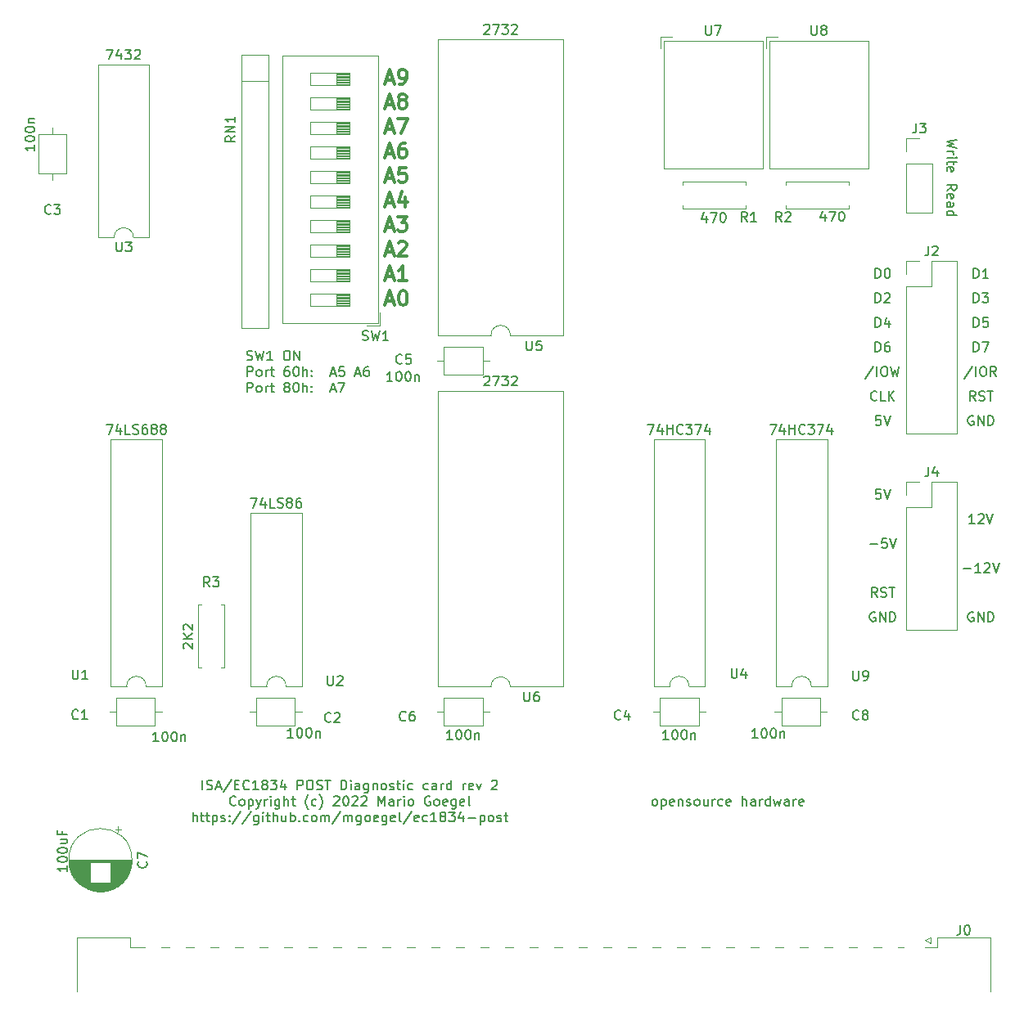
<source format=gbr>
%TF.GenerationSoftware,KiCad,Pcbnew,(5.1.12)-1*%
%TF.CreationDate,2022-05-03T20:15:27+02:00*%
%TF.ProjectId,ec1834-post,65633138-3334-42d7-906f-73742e6b6963,2*%
%TF.SameCoordinates,Original*%
%TF.FileFunction,Legend,Top*%
%TF.FilePolarity,Positive*%
%FSLAX46Y46*%
G04 Gerber Fmt 4.6, Leading zero omitted, Abs format (unit mm)*
G04 Created by KiCad (PCBNEW (5.1.12)-1) date 2022-05-03 20:15:27*
%MOMM*%
%LPD*%
G01*
G04 APERTURE LIST*
%ADD10C,0.150000*%
%ADD11C,0.300000*%
%ADD12C,0.120000*%
G04 APERTURE END LIST*
D10*
X87409976Y-87654761D02*
X87552833Y-87702380D01*
X87790928Y-87702380D01*
X87886166Y-87654761D01*
X87933785Y-87607142D01*
X87981404Y-87511904D01*
X87981404Y-87416666D01*
X87933785Y-87321428D01*
X87886166Y-87273809D01*
X87790928Y-87226190D01*
X87600452Y-87178571D01*
X87505214Y-87130952D01*
X87457595Y-87083333D01*
X87409976Y-86988095D01*
X87409976Y-86892857D01*
X87457595Y-86797619D01*
X87505214Y-86750000D01*
X87600452Y-86702380D01*
X87838547Y-86702380D01*
X87981404Y-86750000D01*
X88314738Y-86702380D02*
X88552833Y-87702380D01*
X88743309Y-86988095D01*
X88933785Y-87702380D01*
X89171880Y-86702380D01*
X90076642Y-87702380D02*
X89505214Y-87702380D01*
X89790928Y-87702380D02*
X89790928Y-86702380D01*
X89695690Y-86845238D01*
X89600452Y-86940476D01*
X89505214Y-86988095D01*
X91457595Y-86702380D02*
X91648071Y-86702380D01*
X91743309Y-86750000D01*
X91838547Y-86845238D01*
X91886166Y-87035714D01*
X91886166Y-87369047D01*
X91838547Y-87559523D01*
X91743309Y-87654761D01*
X91648071Y-87702380D01*
X91457595Y-87702380D01*
X91362357Y-87654761D01*
X91267119Y-87559523D01*
X91219500Y-87369047D01*
X91219500Y-87035714D01*
X91267119Y-86845238D01*
X91362357Y-86750000D01*
X91457595Y-86702380D01*
X92314738Y-87702380D02*
X92314738Y-86702380D01*
X92886166Y-87702380D01*
X92886166Y-86702380D01*
X87457595Y-89352380D02*
X87457595Y-88352380D01*
X87838547Y-88352380D01*
X87933785Y-88400000D01*
X87981404Y-88447619D01*
X88029023Y-88542857D01*
X88029023Y-88685714D01*
X87981404Y-88780952D01*
X87933785Y-88828571D01*
X87838547Y-88876190D01*
X87457595Y-88876190D01*
X88600452Y-89352380D02*
X88505214Y-89304761D01*
X88457595Y-89257142D01*
X88409976Y-89161904D01*
X88409976Y-88876190D01*
X88457595Y-88780952D01*
X88505214Y-88733333D01*
X88600452Y-88685714D01*
X88743309Y-88685714D01*
X88838547Y-88733333D01*
X88886166Y-88780952D01*
X88933785Y-88876190D01*
X88933785Y-89161904D01*
X88886166Y-89257142D01*
X88838547Y-89304761D01*
X88743309Y-89352380D01*
X88600452Y-89352380D01*
X89362357Y-89352380D02*
X89362357Y-88685714D01*
X89362357Y-88876190D02*
X89409976Y-88780952D01*
X89457595Y-88733333D01*
X89552833Y-88685714D01*
X89648071Y-88685714D01*
X89838547Y-88685714D02*
X90219500Y-88685714D01*
X89981404Y-88352380D02*
X89981404Y-89209523D01*
X90029023Y-89304761D01*
X90124261Y-89352380D01*
X90219500Y-89352380D01*
X91743309Y-88352380D02*
X91552833Y-88352380D01*
X91457595Y-88400000D01*
X91409976Y-88447619D01*
X91314738Y-88590476D01*
X91267119Y-88780952D01*
X91267119Y-89161904D01*
X91314738Y-89257142D01*
X91362357Y-89304761D01*
X91457595Y-89352380D01*
X91648071Y-89352380D01*
X91743309Y-89304761D01*
X91790928Y-89257142D01*
X91838547Y-89161904D01*
X91838547Y-88923809D01*
X91790928Y-88828571D01*
X91743309Y-88780952D01*
X91648071Y-88733333D01*
X91457595Y-88733333D01*
X91362357Y-88780952D01*
X91314738Y-88828571D01*
X91267119Y-88923809D01*
X92457595Y-88352380D02*
X92552833Y-88352380D01*
X92648071Y-88400000D01*
X92695690Y-88447619D01*
X92743309Y-88542857D01*
X92790928Y-88733333D01*
X92790928Y-88971428D01*
X92743309Y-89161904D01*
X92695690Y-89257142D01*
X92648071Y-89304761D01*
X92552833Y-89352380D01*
X92457595Y-89352380D01*
X92362357Y-89304761D01*
X92314738Y-89257142D01*
X92267119Y-89161904D01*
X92219500Y-88971428D01*
X92219500Y-88733333D01*
X92267119Y-88542857D01*
X92314738Y-88447619D01*
X92362357Y-88400000D01*
X92457595Y-88352380D01*
X93219500Y-89352380D02*
X93219500Y-88352380D01*
X93648071Y-89352380D02*
X93648071Y-88828571D01*
X93600452Y-88733333D01*
X93505214Y-88685714D01*
X93362357Y-88685714D01*
X93267119Y-88733333D01*
X93219500Y-88780952D01*
X94124261Y-89257142D02*
X94171880Y-89304761D01*
X94124261Y-89352380D01*
X94076642Y-89304761D01*
X94124261Y-89257142D01*
X94124261Y-89352380D01*
X94124261Y-88733333D02*
X94171880Y-88780952D01*
X94124261Y-88828571D01*
X94076642Y-88780952D01*
X94124261Y-88733333D01*
X94124261Y-88828571D01*
X96076642Y-89066666D02*
X96552833Y-89066666D01*
X95981404Y-89352380D02*
X96314738Y-88352380D01*
X96648071Y-89352380D01*
X97457595Y-88352380D02*
X96981404Y-88352380D01*
X96933785Y-88828571D01*
X96981404Y-88780952D01*
X97076642Y-88733333D01*
X97314738Y-88733333D01*
X97409976Y-88780952D01*
X97457595Y-88828571D01*
X97505214Y-88923809D01*
X97505214Y-89161904D01*
X97457595Y-89257142D01*
X97409976Y-89304761D01*
X97314738Y-89352380D01*
X97076642Y-89352380D01*
X96981404Y-89304761D01*
X96933785Y-89257142D01*
X98648071Y-89066666D02*
X99124261Y-89066666D01*
X98552833Y-89352380D02*
X98886166Y-88352380D01*
X99219500Y-89352380D01*
X99981404Y-88352380D02*
X99790928Y-88352380D01*
X99695690Y-88400000D01*
X99648071Y-88447619D01*
X99552833Y-88590476D01*
X99505214Y-88780952D01*
X99505214Y-89161904D01*
X99552833Y-89257142D01*
X99600452Y-89304761D01*
X99695690Y-89352380D01*
X99886166Y-89352380D01*
X99981404Y-89304761D01*
X100029023Y-89257142D01*
X100076642Y-89161904D01*
X100076642Y-88923809D01*
X100029023Y-88828571D01*
X99981404Y-88780952D01*
X99886166Y-88733333D01*
X99695690Y-88733333D01*
X99600452Y-88780952D01*
X99552833Y-88828571D01*
X99505214Y-88923809D01*
X87457595Y-91002380D02*
X87457595Y-90002380D01*
X87838547Y-90002380D01*
X87933785Y-90050000D01*
X87981404Y-90097619D01*
X88029023Y-90192857D01*
X88029023Y-90335714D01*
X87981404Y-90430952D01*
X87933785Y-90478571D01*
X87838547Y-90526190D01*
X87457595Y-90526190D01*
X88600452Y-91002380D02*
X88505214Y-90954761D01*
X88457595Y-90907142D01*
X88409976Y-90811904D01*
X88409976Y-90526190D01*
X88457595Y-90430952D01*
X88505214Y-90383333D01*
X88600452Y-90335714D01*
X88743309Y-90335714D01*
X88838547Y-90383333D01*
X88886166Y-90430952D01*
X88933785Y-90526190D01*
X88933785Y-90811904D01*
X88886166Y-90907142D01*
X88838547Y-90954761D01*
X88743309Y-91002380D01*
X88600452Y-91002380D01*
X89362357Y-91002380D02*
X89362357Y-90335714D01*
X89362357Y-90526190D02*
X89409976Y-90430952D01*
X89457595Y-90383333D01*
X89552833Y-90335714D01*
X89648071Y-90335714D01*
X89838547Y-90335714D02*
X90219500Y-90335714D01*
X89981404Y-90002380D02*
X89981404Y-90859523D01*
X90029023Y-90954761D01*
X90124261Y-91002380D01*
X90219500Y-91002380D01*
X91457595Y-90430952D02*
X91362357Y-90383333D01*
X91314738Y-90335714D01*
X91267119Y-90240476D01*
X91267119Y-90192857D01*
X91314738Y-90097619D01*
X91362357Y-90050000D01*
X91457595Y-90002380D01*
X91648071Y-90002380D01*
X91743309Y-90050000D01*
X91790928Y-90097619D01*
X91838547Y-90192857D01*
X91838547Y-90240476D01*
X91790928Y-90335714D01*
X91743309Y-90383333D01*
X91648071Y-90430952D01*
X91457595Y-90430952D01*
X91362357Y-90478571D01*
X91314738Y-90526190D01*
X91267119Y-90621428D01*
X91267119Y-90811904D01*
X91314738Y-90907142D01*
X91362357Y-90954761D01*
X91457595Y-91002380D01*
X91648071Y-91002380D01*
X91743309Y-90954761D01*
X91790928Y-90907142D01*
X91838547Y-90811904D01*
X91838547Y-90621428D01*
X91790928Y-90526190D01*
X91743309Y-90478571D01*
X91648071Y-90430952D01*
X92457595Y-90002380D02*
X92552833Y-90002380D01*
X92648071Y-90050000D01*
X92695690Y-90097619D01*
X92743309Y-90192857D01*
X92790928Y-90383333D01*
X92790928Y-90621428D01*
X92743309Y-90811904D01*
X92695690Y-90907142D01*
X92648071Y-90954761D01*
X92552833Y-91002380D01*
X92457595Y-91002380D01*
X92362357Y-90954761D01*
X92314738Y-90907142D01*
X92267119Y-90811904D01*
X92219500Y-90621428D01*
X92219500Y-90383333D01*
X92267119Y-90192857D01*
X92314738Y-90097619D01*
X92362357Y-90050000D01*
X92457595Y-90002380D01*
X93219500Y-91002380D02*
X93219500Y-90002380D01*
X93648071Y-91002380D02*
X93648071Y-90478571D01*
X93600452Y-90383333D01*
X93505214Y-90335714D01*
X93362357Y-90335714D01*
X93267119Y-90383333D01*
X93219500Y-90430952D01*
X94124261Y-90907142D02*
X94171880Y-90954761D01*
X94124261Y-91002380D01*
X94076642Y-90954761D01*
X94124261Y-90907142D01*
X94124261Y-91002380D01*
X94124261Y-90383333D02*
X94171880Y-90430952D01*
X94124261Y-90478571D01*
X94076642Y-90430952D01*
X94124261Y-90383333D01*
X94124261Y-90478571D01*
X96076642Y-90716666D02*
X96552833Y-90716666D01*
X95981404Y-91002380D02*
X96314738Y-90002380D01*
X96648071Y-91002380D01*
X96886166Y-90002380D02*
X97552833Y-90002380D01*
X97124261Y-91002380D01*
X152423904Y-79192380D02*
X152423904Y-78192380D01*
X152662000Y-78192380D01*
X152804857Y-78240000D01*
X152900095Y-78335238D01*
X152947714Y-78430476D01*
X152995333Y-78620952D01*
X152995333Y-78763809D01*
X152947714Y-78954285D01*
X152900095Y-79049523D01*
X152804857Y-79144761D01*
X152662000Y-79192380D01*
X152423904Y-79192380D01*
X153614380Y-78192380D02*
X153709619Y-78192380D01*
X153804857Y-78240000D01*
X153852476Y-78287619D01*
X153900095Y-78382857D01*
X153947714Y-78573333D01*
X153947714Y-78811428D01*
X153900095Y-79001904D01*
X153852476Y-79097142D01*
X153804857Y-79144761D01*
X153709619Y-79192380D01*
X153614380Y-79192380D01*
X153519142Y-79144761D01*
X153471523Y-79097142D01*
X153423904Y-79001904D01*
X153376285Y-78811428D01*
X153376285Y-78573333D01*
X153423904Y-78382857D01*
X153471523Y-78287619D01*
X153519142Y-78240000D01*
X153614380Y-78192380D01*
X162583904Y-79192380D02*
X162583904Y-78192380D01*
X162822000Y-78192380D01*
X162964857Y-78240000D01*
X163060095Y-78335238D01*
X163107714Y-78430476D01*
X163155333Y-78620952D01*
X163155333Y-78763809D01*
X163107714Y-78954285D01*
X163060095Y-79049523D01*
X162964857Y-79144761D01*
X162822000Y-79192380D01*
X162583904Y-79192380D01*
X164107714Y-79192380D02*
X163536285Y-79192380D01*
X163822000Y-79192380D02*
X163822000Y-78192380D01*
X163726761Y-78335238D01*
X163631523Y-78430476D01*
X163536285Y-78478095D01*
X152423904Y-81732380D02*
X152423904Y-80732380D01*
X152662000Y-80732380D01*
X152804857Y-80780000D01*
X152900095Y-80875238D01*
X152947714Y-80970476D01*
X152995333Y-81160952D01*
X152995333Y-81303809D01*
X152947714Y-81494285D01*
X152900095Y-81589523D01*
X152804857Y-81684761D01*
X152662000Y-81732380D01*
X152423904Y-81732380D01*
X153376285Y-80827619D02*
X153423904Y-80780000D01*
X153519142Y-80732380D01*
X153757238Y-80732380D01*
X153852476Y-80780000D01*
X153900095Y-80827619D01*
X153947714Y-80922857D01*
X153947714Y-81018095D01*
X153900095Y-81160952D01*
X153328666Y-81732380D01*
X153947714Y-81732380D01*
X162583904Y-81732380D02*
X162583904Y-80732380D01*
X162822000Y-80732380D01*
X162964857Y-80780000D01*
X163060095Y-80875238D01*
X163107714Y-80970476D01*
X163155333Y-81160952D01*
X163155333Y-81303809D01*
X163107714Y-81494285D01*
X163060095Y-81589523D01*
X162964857Y-81684761D01*
X162822000Y-81732380D01*
X162583904Y-81732380D01*
X163488666Y-80732380D02*
X164107714Y-80732380D01*
X163774380Y-81113333D01*
X163917238Y-81113333D01*
X164012476Y-81160952D01*
X164060095Y-81208571D01*
X164107714Y-81303809D01*
X164107714Y-81541904D01*
X164060095Y-81637142D01*
X164012476Y-81684761D01*
X163917238Y-81732380D01*
X163631523Y-81732380D01*
X163536285Y-81684761D01*
X163488666Y-81637142D01*
X152423904Y-84272380D02*
X152423904Y-83272380D01*
X152662000Y-83272380D01*
X152804857Y-83320000D01*
X152900095Y-83415238D01*
X152947714Y-83510476D01*
X152995333Y-83700952D01*
X152995333Y-83843809D01*
X152947714Y-84034285D01*
X152900095Y-84129523D01*
X152804857Y-84224761D01*
X152662000Y-84272380D01*
X152423904Y-84272380D01*
X153852476Y-83605714D02*
X153852476Y-84272380D01*
X153614380Y-83224761D02*
X153376285Y-83939047D01*
X153995333Y-83939047D01*
X162583904Y-84272380D02*
X162583904Y-83272380D01*
X162822000Y-83272380D01*
X162964857Y-83320000D01*
X163060095Y-83415238D01*
X163107714Y-83510476D01*
X163155333Y-83700952D01*
X163155333Y-83843809D01*
X163107714Y-84034285D01*
X163060095Y-84129523D01*
X162964857Y-84224761D01*
X162822000Y-84272380D01*
X162583904Y-84272380D01*
X164060095Y-83272380D02*
X163583904Y-83272380D01*
X163536285Y-83748571D01*
X163583904Y-83700952D01*
X163679142Y-83653333D01*
X163917238Y-83653333D01*
X164012476Y-83700952D01*
X164060095Y-83748571D01*
X164107714Y-83843809D01*
X164107714Y-84081904D01*
X164060095Y-84177142D01*
X164012476Y-84224761D01*
X163917238Y-84272380D01*
X163679142Y-84272380D01*
X163583904Y-84224761D01*
X163536285Y-84177142D01*
X152423904Y-86812380D02*
X152423904Y-85812380D01*
X152662000Y-85812380D01*
X152804857Y-85860000D01*
X152900095Y-85955238D01*
X152947714Y-86050476D01*
X152995333Y-86240952D01*
X152995333Y-86383809D01*
X152947714Y-86574285D01*
X152900095Y-86669523D01*
X152804857Y-86764761D01*
X152662000Y-86812380D01*
X152423904Y-86812380D01*
X153852476Y-85812380D02*
X153662000Y-85812380D01*
X153566761Y-85860000D01*
X153519142Y-85907619D01*
X153423904Y-86050476D01*
X153376285Y-86240952D01*
X153376285Y-86621904D01*
X153423904Y-86717142D01*
X153471523Y-86764761D01*
X153566761Y-86812380D01*
X153757238Y-86812380D01*
X153852476Y-86764761D01*
X153900095Y-86717142D01*
X153947714Y-86621904D01*
X153947714Y-86383809D01*
X153900095Y-86288571D01*
X153852476Y-86240952D01*
X153757238Y-86193333D01*
X153566761Y-86193333D01*
X153471523Y-86240952D01*
X153423904Y-86288571D01*
X153376285Y-86383809D01*
X162583904Y-86812380D02*
X162583904Y-85812380D01*
X162822000Y-85812380D01*
X162964857Y-85860000D01*
X163060095Y-85955238D01*
X163107714Y-86050476D01*
X163155333Y-86240952D01*
X163155333Y-86383809D01*
X163107714Y-86574285D01*
X163060095Y-86669523D01*
X162964857Y-86764761D01*
X162822000Y-86812380D01*
X162583904Y-86812380D01*
X163488666Y-85812380D02*
X164155333Y-85812380D01*
X163726761Y-86812380D01*
X162488666Y-88304761D02*
X161631523Y-89590476D01*
X162822000Y-89352380D02*
X162822000Y-88352380D01*
X163488666Y-88352380D02*
X163679142Y-88352380D01*
X163774380Y-88400000D01*
X163869619Y-88495238D01*
X163917238Y-88685714D01*
X163917238Y-89019047D01*
X163869619Y-89209523D01*
X163774380Y-89304761D01*
X163679142Y-89352380D01*
X163488666Y-89352380D01*
X163393428Y-89304761D01*
X163298190Y-89209523D01*
X163250571Y-89019047D01*
X163250571Y-88685714D01*
X163298190Y-88495238D01*
X163393428Y-88400000D01*
X163488666Y-88352380D01*
X164917238Y-89352380D02*
X164583904Y-88876190D01*
X164345809Y-89352380D02*
X164345809Y-88352380D01*
X164726761Y-88352380D01*
X164822000Y-88400000D01*
X164869619Y-88447619D01*
X164917238Y-88542857D01*
X164917238Y-88685714D01*
X164869619Y-88780952D01*
X164822000Y-88828571D01*
X164726761Y-88876190D01*
X164345809Y-88876190D01*
X152257238Y-88304761D02*
X151400095Y-89590476D01*
X152590571Y-89352380D02*
X152590571Y-88352380D01*
X153257238Y-88352380D02*
X153447714Y-88352380D01*
X153542952Y-88400000D01*
X153638190Y-88495238D01*
X153685809Y-88685714D01*
X153685809Y-89019047D01*
X153638190Y-89209523D01*
X153542952Y-89304761D01*
X153447714Y-89352380D01*
X153257238Y-89352380D01*
X153162000Y-89304761D01*
X153066761Y-89209523D01*
X153019142Y-89019047D01*
X153019142Y-88685714D01*
X153066761Y-88495238D01*
X153162000Y-88400000D01*
X153257238Y-88352380D01*
X154019142Y-88352380D02*
X154257238Y-89352380D01*
X154447714Y-88638095D01*
X154638190Y-89352380D01*
X154876285Y-88352380D01*
X152566761Y-91797142D02*
X152519142Y-91844761D01*
X152376285Y-91892380D01*
X152281047Y-91892380D01*
X152138190Y-91844761D01*
X152042952Y-91749523D01*
X151995333Y-91654285D01*
X151947714Y-91463809D01*
X151947714Y-91320952D01*
X151995333Y-91130476D01*
X152042952Y-91035238D01*
X152138190Y-90940000D01*
X152281047Y-90892380D01*
X152376285Y-90892380D01*
X152519142Y-90940000D01*
X152566761Y-90987619D01*
X153471523Y-91892380D02*
X152995333Y-91892380D01*
X152995333Y-90892380D01*
X153804857Y-91892380D02*
X153804857Y-90892380D01*
X154376285Y-91892380D02*
X153947714Y-91320952D01*
X154376285Y-90892380D02*
X153804857Y-91463809D01*
X162774380Y-91892380D02*
X162441047Y-91416190D01*
X162202952Y-91892380D02*
X162202952Y-90892380D01*
X162583904Y-90892380D01*
X162679142Y-90940000D01*
X162726761Y-90987619D01*
X162774380Y-91082857D01*
X162774380Y-91225714D01*
X162726761Y-91320952D01*
X162679142Y-91368571D01*
X162583904Y-91416190D01*
X162202952Y-91416190D01*
X163155333Y-91844761D02*
X163298190Y-91892380D01*
X163536285Y-91892380D01*
X163631523Y-91844761D01*
X163679142Y-91797142D01*
X163726761Y-91701904D01*
X163726761Y-91606666D01*
X163679142Y-91511428D01*
X163631523Y-91463809D01*
X163536285Y-91416190D01*
X163345809Y-91368571D01*
X163250571Y-91320952D01*
X163202952Y-91273333D01*
X163155333Y-91178095D01*
X163155333Y-91082857D01*
X163202952Y-90987619D01*
X163250571Y-90940000D01*
X163345809Y-90892380D01*
X163583904Y-90892380D01*
X163726761Y-90940000D01*
X164012476Y-90892380D02*
X164583904Y-90892380D01*
X164298190Y-91892380D02*
X164298190Y-90892380D01*
X152971523Y-93432380D02*
X152495333Y-93432380D01*
X152447714Y-93908571D01*
X152495333Y-93860952D01*
X152590571Y-93813333D01*
X152828666Y-93813333D01*
X152923904Y-93860952D01*
X152971523Y-93908571D01*
X153019142Y-94003809D01*
X153019142Y-94241904D01*
X152971523Y-94337142D01*
X152923904Y-94384761D01*
X152828666Y-94432380D01*
X152590571Y-94432380D01*
X152495333Y-94384761D01*
X152447714Y-94337142D01*
X153304857Y-93432380D02*
X153638190Y-94432380D01*
X153971523Y-93432380D01*
X162560095Y-93480000D02*
X162464857Y-93432380D01*
X162322000Y-93432380D01*
X162179142Y-93480000D01*
X162083904Y-93575238D01*
X162036285Y-93670476D01*
X161988666Y-93860952D01*
X161988666Y-94003809D01*
X162036285Y-94194285D01*
X162083904Y-94289523D01*
X162179142Y-94384761D01*
X162322000Y-94432380D01*
X162417238Y-94432380D01*
X162560095Y-94384761D01*
X162607714Y-94337142D01*
X162607714Y-94003809D01*
X162417238Y-94003809D01*
X163036285Y-94432380D02*
X163036285Y-93432380D01*
X163607714Y-94432380D01*
X163607714Y-93432380D01*
X164083904Y-94432380D02*
X164083904Y-93432380D01*
X164322000Y-93432380D01*
X164464857Y-93480000D01*
X164560095Y-93575238D01*
X164607714Y-93670476D01*
X164655333Y-93860952D01*
X164655333Y-94003809D01*
X164607714Y-94194285D01*
X164560095Y-94289523D01*
X164464857Y-94384761D01*
X164322000Y-94432380D01*
X164083904Y-94432380D01*
X161560095Y-109291428D02*
X162322000Y-109291428D01*
X163322000Y-109672380D02*
X162750571Y-109672380D01*
X163036285Y-109672380D02*
X163036285Y-108672380D01*
X162941047Y-108815238D01*
X162845809Y-108910476D01*
X162750571Y-108958095D01*
X163702952Y-108767619D02*
X163750571Y-108720000D01*
X163845809Y-108672380D01*
X164083904Y-108672380D01*
X164179142Y-108720000D01*
X164226761Y-108767619D01*
X164274380Y-108862857D01*
X164274380Y-108958095D01*
X164226761Y-109100952D01*
X163655333Y-109672380D01*
X164274380Y-109672380D01*
X164560095Y-108672380D02*
X164893428Y-109672380D01*
X165226761Y-108672380D01*
X162702952Y-104592380D02*
X162131523Y-104592380D01*
X162417238Y-104592380D02*
X162417238Y-103592380D01*
X162322000Y-103735238D01*
X162226761Y-103830476D01*
X162131523Y-103878095D01*
X163083904Y-103687619D02*
X163131523Y-103640000D01*
X163226761Y-103592380D01*
X163464857Y-103592380D01*
X163560095Y-103640000D01*
X163607714Y-103687619D01*
X163655333Y-103782857D01*
X163655333Y-103878095D01*
X163607714Y-104020952D01*
X163036285Y-104592380D01*
X163655333Y-104592380D01*
X163941047Y-103592380D02*
X164274380Y-104592380D01*
X164607714Y-103592380D01*
X152971523Y-101052380D02*
X152495333Y-101052380D01*
X152447714Y-101528571D01*
X152495333Y-101480952D01*
X152590571Y-101433333D01*
X152828666Y-101433333D01*
X152923904Y-101480952D01*
X152971523Y-101528571D01*
X153019142Y-101623809D01*
X153019142Y-101861904D01*
X152971523Y-101957142D01*
X152923904Y-102004761D01*
X152828666Y-102052380D01*
X152590571Y-102052380D01*
X152495333Y-102004761D01*
X152447714Y-101957142D01*
X153304857Y-101052380D02*
X153638190Y-102052380D01*
X153971523Y-101052380D01*
X151876285Y-106751428D02*
X152638190Y-106751428D01*
X153590571Y-106132380D02*
X153114380Y-106132380D01*
X153066761Y-106608571D01*
X153114380Y-106560952D01*
X153209619Y-106513333D01*
X153447714Y-106513333D01*
X153542952Y-106560952D01*
X153590571Y-106608571D01*
X153638190Y-106703809D01*
X153638190Y-106941904D01*
X153590571Y-107037142D01*
X153542952Y-107084761D01*
X153447714Y-107132380D01*
X153209619Y-107132380D01*
X153114380Y-107084761D01*
X153066761Y-107037142D01*
X153923904Y-106132380D02*
X154257238Y-107132380D01*
X154590571Y-106132380D01*
X152614380Y-112212380D02*
X152281047Y-111736190D01*
X152042952Y-112212380D02*
X152042952Y-111212380D01*
X152423904Y-111212380D01*
X152519142Y-111260000D01*
X152566761Y-111307619D01*
X152614380Y-111402857D01*
X152614380Y-111545714D01*
X152566761Y-111640952D01*
X152519142Y-111688571D01*
X152423904Y-111736190D01*
X152042952Y-111736190D01*
X152995333Y-112164761D02*
X153138190Y-112212380D01*
X153376285Y-112212380D01*
X153471523Y-112164761D01*
X153519142Y-112117142D01*
X153566761Y-112021904D01*
X153566761Y-111926666D01*
X153519142Y-111831428D01*
X153471523Y-111783809D01*
X153376285Y-111736190D01*
X153185809Y-111688571D01*
X153090571Y-111640952D01*
X153042952Y-111593333D01*
X152995333Y-111498095D01*
X152995333Y-111402857D01*
X153042952Y-111307619D01*
X153090571Y-111260000D01*
X153185809Y-111212380D01*
X153423904Y-111212380D01*
X153566761Y-111260000D01*
X153852476Y-111212380D02*
X154423904Y-111212380D01*
X154138190Y-112212380D02*
X154138190Y-111212380D01*
X152400095Y-113800000D02*
X152304857Y-113752380D01*
X152162000Y-113752380D01*
X152019142Y-113800000D01*
X151923904Y-113895238D01*
X151876285Y-113990476D01*
X151828666Y-114180952D01*
X151828666Y-114323809D01*
X151876285Y-114514285D01*
X151923904Y-114609523D01*
X152019142Y-114704761D01*
X152162000Y-114752380D01*
X152257238Y-114752380D01*
X152400095Y-114704761D01*
X152447714Y-114657142D01*
X152447714Y-114323809D01*
X152257238Y-114323809D01*
X152876285Y-114752380D02*
X152876285Y-113752380D01*
X153447714Y-114752380D01*
X153447714Y-113752380D01*
X153923904Y-114752380D02*
X153923904Y-113752380D01*
X154162000Y-113752380D01*
X154304857Y-113800000D01*
X154400095Y-113895238D01*
X154447714Y-113990476D01*
X154495333Y-114180952D01*
X154495333Y-114323809D01*
X154447714Y-114514285D01*
X154400095Y-114609523D01*
X154304857Y-114704761D01*
X154162000Y-114752380D01*
X153923904Y-114752380D01*
X162560095Y-113800000D02*
X162464857Y-113752380D01*
X162322000Y-113752380D01*
X162179142Y-113800000D01*
X162083904Y-113895238D01*
X162036285Y-113990476D01*
X161988666Y-114180952D01*
X161988666Y-114323809D01*
X162036285Y-114514285D01*
X162083904Y-114609523D01*
X162179142Y-114704761D01*
X162322000Y-114752380D01*
X162417238Y-114752380D01*
X162560095Y-114704761D01*
X162607714Y-114657142D01*
X162607714Y-114323809D01*
X162417238Y-114323809D01*
X163036285Y-114752380D02*
X163036285Y-113752380D01*
X163607714Y-114752380D01*
X163607714Y-113752380D01*
X164083904Y-114752380D02*
X164083904Y-113752380D01*
X164322000Y-113752380D01*
X164464857Y-113800000D01*
X164560095Y-113895238D01*
X164607714Y-113990476D01*
X164655333Y-114180952D01*
X164655333Y-114323809D01*
X164607714Y-114514285D01*
X164560095Y-114609523D01*
X164464857Y-114704761D01*
X164322000Y-114752380D01*
X164083904Y-114752380D01*
X129517142Y-133802380D02*
X129421904Y-133754761D01*
X129374285Y-133707142D01*
X129326666Y-133611904D01*
X129326666Y-133326190D01*
X129374285Y-133230952D01*
X129421904Y-133183333D01*
X129517142Y-133135714D01*
X129660000Y-133135714D01*
X129755238Y-133183333D01*
X129802857Y-133230952D01*
X129850476Y-133326190D01*
X129850476Y-133611904D01*
X129802857Y-133707142D01*
X129755238Y-133754761D01*
X129660000Y-133802380D01*
X129517142Y-133802380D01*
X130279047Y-133135714D02*
X130279047Y-134135714D01*
X130279047Y-133183333D02*
X130374285Y-133135714D01*
X130564761Y-133135714D01*
X130660000Y-133183333D01*
X130707619Y-133230952D01*
X130755238Y-133326190D01*
X130755238Y-133611904D01*
X130707619Y-133707142D01*
X130660000Y-133754761D01*
X130564761Y-133802380D01*
X130374285Y-133802380D01*
X130279047Y-133754761D01*
X131564761Y-133754761D02*
X131469523Y-133802380D01*
X131279047Y-133802380D01*
X131183809Y-133754761D01*
X131136190Y-133659523D01*
X131136190Y-133278571D01*
X131183809Y-133183333D01*
X131279047Y-133135714D01*
X131469523Y-133135714D01*
X131564761Y-133183333D01*
X131612380Y-133278571D01*
X131612380Y-133373809D01*
X131136190Y-133469047D01*
X132040952Y-133135714D02*
X132040952Y-133802380D01*
X132040952Y-133230952D02*
X132088571Y-133183333D01*
X132183809Y-133135714D01*
X132326666Y-133135714D01*
X132421904Y-133183333D01*
X132469523Y-133278571D01*
X132469523Y-133802380D01*
X132898095Y-133754761D02*
X132993333Y-133802380D01*
X133183809Y-133802380D01*
X133279047Y-133754761D01*
X133326666Y-133659523D01*
X133326666Y-133611904D01*
X133279047Y-133516666D01*
X133183809Y-133469047D01*
X133040952Y-133469047D01*
X132945714Y-133421428D01*
X132898095Y-133326190D01*
X132898095Y-133278571D01*
X132945714Y-133183333D01*
X133040952Y-133135714D01*
X133183809Y-133135714D01*
X133279047Y-133183333D01*
X133898095Y-133802380D02*
X133802857Y-133754761D01*
X133755238Y-133707142D01*
X133707619Y-133611904D01*
X133707619Y-133326190D01*
X133755238Y-133230952D01*
X133802857Y-133183333D01*
X133898095Y-133135714D01*
X134040952Y-133135714D01*
X134136190Y-133183333D01*
X134183809Y-133230952D01*
X134231428Y-133326190D01*
X134231428Y-133611904D01*
X134183809Y-133707142D01*
X134136190Y-133754761D01*
X134040952Y-133802380D01*
X133898095Y-133802380D01*
X135088571Y-133135714D02*
X135088571Y-133802380D01*
X134660000Y-133135714D02*
X134660000Y-133659523D01*
X134707619Y-133754761D01*
X134802857Y-133802380D01*
X134945714Y-133802380D01*
X135040952Y-133754761D01*
X135088571Y-133707142D01*
X135564761Y-133802380D02*
X135564761Y-133135714D01*
X135564761Y-133326190D02*
X135612380Y-133230952D01*
X135660000Y-133183333D01*
X135755238Y-133135714D01*
X135850476Y-133135714D01*
X136612380Y-133754761D02*
X136517142Y-133802380D01*
X136326666Y-133802380D01*
X136231428Y-133754761D01*
X136183809Y-133707142D01*
X136136190Y-133611904D01*
X136136190Y-133326190D01*
X136183809Y-133230952D01*
X136231428Y-133183333D01*
X136326666Y-133135714D01*
X136517142Y-133135714D01*
X136612380Y-133183333D01*
X137421904Y-133754761D02*
X137326666Y-133802380D01*
X137136190Y-133802380D01*
X137040952Y-133754761D01*
X136993333Y-133659523D01*
X136993333Y-133278571D01*
X137040952Y-133183333D01*
X137136190Y-133135714D01*
X137326666Y-133135714D01*
X137421904Y-133183333D01*
X137469523Y-133278571D01*
X137469523Y-133373809D01*
X136993333Y-133469047D01*
X138660000Y-133802380D02*
X138660000Y-132802380D01*
X139088571Y-133802380D02*
X139088571Y-133278571D01*
X139040952Y-133183333D01*
X138945714Y-133135714D01*
X138802857Y-133135714D01*
X138707619Y-133183333D01*
X138660000Y-133230952D01*
X139993333Y-133802380D02*
X139993333Y-133278571D01*
X139945714Y-133183333D01*
X139850476Y-133135714D01*
X139660000Y-133135714D01*
X139564761Y-133183333D01*
X139993333Y-133754761D02*
X139898095Y-133802380D01*
X139660000Y-133802380D01*
X139564761Y-133754761D01*
X139517142Y-133659523D01*
X139517142Y-133564285D01*
X139564761Y-133469047D01*
X139660000Y-133421428D01*
X139898095Y-133421428D01*
X139993333Y-133373809D01*
X140469523Y-133802380D02*
X140469523Y-133135714D01*
X140469523Y-133326190D02*
X140517142Y-133230952D01*
X140564761Y-133183333D01*
X140660000Y-133135714D01*
X140755238Y-133135714D01*
X141517142Y-133802380D02*
X141517142Y-132802380D01*
X141517142Y-133754761D02*
X141421904Y-133802380D01*
X141231428Y-133802380D01*
X141136190Y-133754761D01*
X141088571Y-133707142D01*
X141040952Y-133611904D01*
X141040952Y-133326190D01*
X141088571Y-133230952D01*
X141136190Y-133183333D01*
X141231428Y-133135714D01*
X141421904Y-133135714D01*
X141517142Y-133183333D01*
X141898095Y-133135714D02*
X142088571Y-133802380D01*
X142279047Y-133326190D01*
X142469523Y-133802380D01*
X142660000Y-133135714D01*
X143469523Y-133802380D02*
X143469523Y-133278571D01*
X143421904Y-133183333D01*
X143326666Y-133135714D01*
X143136190Y-133135714D01*
X143040952Y-133183333D01*
X143469523Y-133754761D02*
X143374285Y-133802380D01*
X143136190Y-133802380D01*
X143040952Y-133754761D01*
X142993333Y-133659523D01*
X142993333Y-133564285D01*
X143040952Y-133469047D01*
X143136190Y-133421428D01*
X143374285Y-133421428D01*
X143469523Y-133373809D01*
X143945714Y-133802380D02*
X143945714Y-133135714D01*
X143945714Y-133326190D02*
X143993333Y-133230952D01*
X144040952Y-133183333D01*
X144136190Y-133135714D01*
X144231428Y-133135714D01*
X144945714Y-133754761D02*
X144850476Y-133802380D01*
X144660000Y-133802380D01*
X144564761Y-133754761D01*
X144517142Y-133659523D01*
X144517142Y-133278571D01*
X144564761Y-133183333D01*
X144660000Y-133135714D01*
X144850476Y-133135714D01*
X144945714Y-133183333D01*
X144993333Y-133278571D01*
X144993333Y-133373809D01*
X144517142Y-133469047D01*
X82829714Y-132152380D02*
X82829714Y-131152380D01*
X83258285Y-132104761D02*
X83401142Y-132152380D01*
X83639238Y-132152380D01*
X83734476Y-132104761D01*
X83782095Y-132057142D01*
X83829714Y-131961904D01*
X83829714Y-131866666D01*
X83782095Y-131771428D01*
X83734476Y-131723809D01*
X83639238Y-131676190D01*
X83448761Y-131628571D01*
X83353523Y-131580952D01*
X83305904Y-131533333D01*
X83258285Y-131438095D01*
X83258285Y-131342857D01*
X83305904Y-131247619D01*
X83353523Y-131200000D01*
X83448761Y-131152380D01*
X83686857Y-131152380D01*
X83829714Y-131200000D01*
X84210666Y-131866666D02*
X84686857Y-131866666D01*
X84115428Y-132152380D02*
X84448761Y-131152380D01*
X84782095Y-132152380D01*
X85829714Y-131104761D02*
X84972571Y-132390476D01*
X86163047Y-131628571D02*
X86496380Y-131628571D01*
X86639238Y-132152380D02*
X86163047Y-132152380D01*
X86163047Y-131152380D01*
X86639238Y-131152380D01*
X87639238Y-132057142D02*
X87591619Y-132104761D01*
X87448761Y-132152380D01*
X87353523Y-132152380D01*
X87210666Y-132104761D01*
X87115428Y-132009523D01*
X87067809Y-131914285D01*
X87020190Y-131723809D01*
X87020190Y-131580952D01*
X87067809Y-131390476D01*
X87115428Y-131295238D01*
X87210666Y-131200000D01*
X87353523Y-131152380D01*
X87448761Y-131152380D01*
X87591619Y-131200000D01*
X87639238Y-131247619D01*
X88591619Y-132152380D02*
X88020190Y-132152380D01*
X88305904Y-132152380D02*
X88305904Y-131152380D01*
X88210666Y-131295238D01*
X88115428Y-131390476D01*
X88020190Y-131438095D01*
X89163047Y-131580952D02*
X89067809Y-131533333D01*
X89020190Y-131485714D01*
X88972571Y-131390476D01*
X88972571Y-131342857D01*
X89020190Y-131247619D01*
X89067809Y-131200000D01*
X89163047Y-131152380D01*
X89353523Y-131152380D01*
X89448761Y-131200000D01*
X89496380Y-131247619D01*
X89544000Y-131342857D01*
X89544000Y-131390476D01*
X89496380Y-131485714D01*
X89448761Y-131533333D01*
X89353523Y-131580952D01*
X89163047Y-131580952D01*
X89067809Y-131628571D01*
X89020190Y-131676190D01*
X88972571Y-131771428D01*
X88972571Y-131961904D01*
X89020190Y-132057142D01*
X89067809Y-132104761D01*
X89163047Y-132152380D01*
X89353523Y-132152380D01*
X89448761Y-132104761D01*
X89496380Y-132057142D01*
X89544000Y-131961904D01*
X89544000Y-131771428D01*
X89496380Y-131676190D01*
X89448761Y-131628571D01*
X89353523Y-131580952D01*
X89877333Y-131152380D02*
X90496380Y-131152380D01*
X90163047Y-131533333D01*
X90305904Y-131533333D01*
X90401142Y-131580952D01*
X90448761Y-131628571D01*
X90496380Y-131723809D01*
X90496380Y-131961904D01*
X90448761Y-132057142D01*
X90401142Y-132104761D01*
X90305904Y-132152380D01*
X90020190Y-132152380D01*
X89924952Y-132104761D01*
X89877333Y-132057142D01*
X91353523Y-131485714D02*
X91353523Y-132152380D01*
X91115428Y-131104761D02*
X90877333Y-131819047D01*
X91496380Y-131819047D01*
X92639238Y-132152380D02*
X92639238Y-131152380D01*
X93020190Y-131152380D01*
X93115428Y-131200000D01*
X93163047Y-131247619D01*
X93210666Y-131342857D01*
X93210666Y-131485714D01*
X93163047Y-131580952D01*
X93115428Y-131628571D01*
X93020190Y-131676190D01*
X92639238Y-131676190D01*
X93829714Y-131152380D02*
X94020190Y-131152380D01*
X94115428Y-131200000D01*
X94210666Y-131295238D01*
X94258285Y-131485714D01*
X94258285Y-131819047D01*
X94210666Y-132009523D01*
X94115428Y-132104761D01*
X94020190Y-132152380D01*
X93829714Y-132152380D01*
X93734476Y-132104761D01*
X93639238Y-132009523D01*
X93591619Y-131819047D01*
X93591619Y-131485714D01*
X93639238Y-131295238D01*
X93734476Y-131200000D01*
X93829714Y-131152380D01*
X94639238Y-132104761D02*
X94782095Y-132152380D01*
X95020190Y-132152380D01*
X95115428Y-132104761D01*
X95163047Y-132057142D01*
X95210666Y-131961904D01*
X95210666Y-131866666D01*
X95163047Y-131771428D01*
X95115428Y-131723809D01*
X95020190Y-131676190D01*
X94829714Y-131628571D01*
X94734476Y-131580952D01*
X94686857Y-131533333D01*
X94639238Y-131438095D01*
X94639238Y-131342857D01*
X94686857Y-131247619D01*
X94734476Y-131200000D01*
X94829714Y-131152380D01*
X95067809Y-131152380D01*
X95210666Y-131200000D01*
X95496380Y-131152380D02*
X96067809Y-131152380D01*
X95782095Y-132152380D02*
X95782095Y-131152380D01*
X97163047Y-132152380D02*
X97163047Y-131152380D01*
X97401142Y-131152380D01*
X97544000Y-131200000D01*
X97639238Y-131295238D01*
X97686857Y-131390476D01*
X97734476Y-131580952D01*
X97734476Y-131723809D01*
X97686857Y-131914285D01*
X97639238Y-132009523D01*
X97544000Y-132104761D01*
X97401142Y-132152380D01*
X97163047Y-132152380D01*
X98163047Y-132152380D02*
X98163047Y-131485714D01*
X98163047Y-131152380D02*
X98115428Y-131200000D01*
X98163047Y-131247619D01*
X98210666Y-131200000D01*
X98163047Y-131152380D01*
X98163047Y-131247619D01*
X99067809Y-132152380D02*
X99067809Y-131628571D01*
X99020190Y-131533333D01*
X98924952Y-131485714D01*
X98734476Y-131485714D01*
X98639238Y-131533333D01*
X99067809Y-132104761D02*
X98972571Y-132152380D01*
X98734476Y-132152380D01*
X98639238Y-132104761D01*
X98591619Y-132009523D01*
X98591619Y-131914285D01*
X98639238Y-131819047D01*
X98734476Y-131771428D01*
X98972571Y-131771428D01*
X99067809Y-131723809D01*
X99972571Y-131485714D02*
X99972571Y-132295238D01*
X99924952Y-132390476D01*
X99877333Y-132438095D01*
X99782095Y-132485714D01*
X99639238Y-132485714D01*
X99544000Y-132438095D01*
X99972571Y-132104761D02*
X99877333Y-132152380D01*
X99686857Y-132152380D01*
X99591619Y-132104761D01*
X99544000Y-132057142D01*
X99496380Y-131961904D01*
X99496380Y-131676190D01*
X99544000Y-131580952D01*
X99591619Y-131533333D01*
X99686857Y-131485714D01*
X99877333Y-131485714D01*
X99972571Y-131533333D01*
X100448761Y-131485714D02*
X100448761Y-132152380D01*
X100448761Y-131580952D02*
X100496380Y-131533333D01*
X100591619Y-131485714D01*
X100734476Y-131485714D01*
X100829714Y-131533333D01*
X100877333Y-131628571D01*
X100877333Y-132152380D01*
X101496380Y-132152380D02*
X101401142Y-132104761D01*
X101353523Y-132057142D01*
X101305904Y-131961904D01*
X101305904Y-131676190D01*
X101353523Y-131580952D01*
X101401142Y-131533333D01*
X101496380Y-131485714D01*
X101639238Y-131485714D01*
X101734476Y-131533333D01*
X101782095Y-131580952D01*
X101829714Y-131676190D01*
X101829714Y-131961904D01*
X101782095Y-132057142D01*
X101734476Y-132104761D01*
X101639238Y-132152380D01*
X101496380Y-132152380D01*
X102210666Y-132104761D02*
X102305904Y-132152380D01*
X102496380Y-132152380D01*
X102591619Y-132104761D01*
X102639238Y-132009523D01*
X102639238Y-131961904D01*
X102591619Y-131866666D01*
X102496380Y-131819047D01*
X102353523Y-131819047D01*
X102258285Y-131771428D01*
X102210666Y-131676190D01*
X102210666Y-131628571D01*
X102258285Y-131533333D01*
X102353523Y-131485714D01*
X102496380Y-131485714D01*
X102591619Y-131533333D01*
X102924952Y-131485714D02*
X103305904Y-131485714D01*
X103067809Y-131152380D02*
X103067809Y-132009523D01*
X103115428Y-132104761D01*
X103210666Y-132152380D01*
X103305904Y-132152380D01*
X103639238Y-132152380D02*
X103639238Y-131485714D01*
X103639238Y-131152380D02*
X103591619Y-131200000D01*
X103639238Y-131247619D01*
X103686857Y-131200000D01*
X103639238Y-131152380D01*
X103639238Y-131247619D01*
X104543999Y-132104761D02*
X104448761Y-132152380D01*
X104258285Y-132152380D01*
X104163047Y-132104761D01*
X104115428Y-132057142D01*
X104067809Y-131961904D01*
X104067809Y-131676190D01*
X104115428Y-131580952D01*
X104163047Y-131533333D01*
X104258285Y-131485714D01*
X104448761Y-131485714D01*
X104543999Y-131533333D01*
X106163047Y-132104761D02*
X106067809Y-132152380D01*
X105877333Y-132152380D01*
X105782095Y-132104761D01*
X105734476Y-132057142D01*
X105686857Y-131961904D01*
X105686857Y-131676190D01*
X105734476Y-131580952D01*
X105782095Y-131533333D01*
X105877333Y-131485714D01*
X106067809Y-131485714D01*
X106163047Y-131533333D01*
X107020190Y-132152380D02*
X107020190Y-131628571D01*
X106972571Y-131533333D01*
X106877333Y-131485714D01*
X106686857Y-131485714D01*
X106591619Y-131533333D01*
X107020190Y-132104761D02*
X106924952Y-132152380D01*
X106686857Y-132152380D01*
X106591619Y-132104761D01*
X106543999Y-132009523D01*
X106543999Y-131914285D01*
X106591619Y-131819047D01*
X106686857Y-131771428D01*
X106924952Y-131771428D01*
X107020190Y-131723809D01*
X107496380Y-132152380D02*
X107496380Y-131485714D01*
X107496380Y-131676190D02*
X107543999Y-131580952D01*
X107591619Y-131533333D01*
X107686857Y-131485714D01*
X107782095Y-131485714D01*
X108543999Y-132152380D02*
X108543999Y-131152380D01*
X108543999Y-132104761D02*
X108448761Y-132152380D01*
X108258285Y-132152380D01*
X108163047Y-132104761D01*
X108115428Y-132057142D01*
X108067809Y-131961904D01*
X108067809Y-131676190D01*
X108115428Y-131580952D01*
X108163047Y-131533333D01*
X108258285Y-131485714D01*
X108448761Y-131485714D01*
X108543999Y-131533333D01*
X109782095Y-132152380D02*
X109782095Y-131485714D01*
X109782095Y-131676190D02*
X109829714Y-131580952D01*
X109877333Y-131533333D01*
X109972571Y-131485714D01*
X110067809Y-131485714D01*
X110782095Y-132104761D02*
X110686857Y-132152380D01*
X110496380Y-132152380D01*
X110401142Y-132104761D01*
X110353523Y-132009523D01*
X110353523Y-131628571D01*
X110401142Y-131533333D01*
X110496380Y-131485714D01*
X110686857Y-131485714D01*
X110782095Y-131533333D01*
X110829714Y-131628571D01*
X110829714Y-131723809D01*
X110353523Y-131819047D01*
X111163047Y-131485714D02*
X111401142Y-132152380D01*
X111639238Y-131485714D01*
X112734476Y-131247619D02*
X112782095Y-131200000D01*
X112877333Y-131152380D01*
X113115428Y-131152380D01*
X113210666Y-131200000D01*
X113258285Y-131247619D01*
X113305904Y-131342857D01*
X113305904Y-131438095D01*
X113258285Y-131580952D01*
X112686857Y-132152380D01*
X113305904Y-132152380D01*
X86258285Y-133707142D02*
X86210666Y-133754761D01*
X86067809Y-133802380D01*
X85972571Y-133802380D01*
X85829714Y-133754761D01*
X85734476Y-133659523D01*
X85686857Y-133564285D01*
X85639238Y-133373809D01*
X85639238Y-133230952D01*
X85686857Y-133040476D01*
X85734476Y-132945238D01*
X85829714Y-132850000D01*
X85972571Y-132802380D01*
X86067809Y-132802380D01*
X86210666Y-132850000D01*
X86258285Y-132897619D01*
X86829714Y-133802380D02*
X86734476Y-133754761D01*
X86686857Y-133707142D01*
X86639238Y-133611904D01*
X86639238Y-133326190D01*
X86686857Y-133230952D01*
X86734476Y-133183333D01*
X86829714Y-133135714D01*
X86972571Y-133135714D01*
X87067809Y-133183333D01*
X87115428Y-133230952D01*
X87163047Y-133326190D01*
X87163047Y-133611904D01*
X87115428Y-133707142D01*
X87067809Y-133754761D01*
X86972571Y-133802380D01*
X86829714Y-133802380D01*
X87591619Y-133135714D02*
X87591619Y-134135714D01*
X87591619Y-133183333D02*
X87686857Y-133135714D01*
X87877333Y-133135714D01*
X87972571Y-133183333D01*
X88020190Y-133230952D01*
X88067809Y-133326190D01*
X88067809Y-133611904D01*
X88020190Y-133707142D01*
X87972571Y-133754761D01*
X87877333Y-133802380D01*
X87686857Y-133802380D01*
X87591619Y-133754761D01*
X88401142Y-133135714D02*
X88639238Y-133802380D01*
X88877333Y-133135714D02*
X88639238Y-133802380D01*
X88543999Y-134040476D01*
X88496380Y-134088095D01*
X88401142Y-134135714D01*
X89258285Y-133802380D02*
X89258285Y-133135714D01*
X89258285Y-133326190D02*
X89305904Y-133230952D01*
X89353523Y-133183333D01*
X89448761Y-133135714D01*
X89543999Y-133135714D01*
X89877333Y-133802380D02*
X89877333Y-133135714D01*
X89877333Y-132802380D02*
X89829714Y-132850000D01*
X89877333Y-132897619D01*
X89924952Y-132850000D01*
X89877333Y-132802380D01*
X89877333Y-132897619D01*
X90782095Y-133135714D02*
X90782095Y-133945238D01*
X90734476Y-134040476D01*
X90686857Y-134088095D01*
X90591619Y-134135714D01*
X90448761Y-134135714D01*
X90353523Y-134088095D01*
X90782095Y-133754761D02*
X90686857Y-133802380D01*
X90496380Y-133802380D01*
X90401142Y-133754761D01*
X90353523Y-133707142D01*
X90305904Y-133611904D01*
X90305904Y-133326190D01*
X90353523Y-133230952D01*
X90401142Y-133183333D01*
X90496380Y-133135714D01*
X90686857Y-133135714D01*
X90782095Y-133183333D01*
X91258285Y-133802380D02*
X91258285Y-132802380D01*
X91686857Y-133802380D02*
X91686857Y-133278571D01*
X91639238Y-133183333D01*
X91543999Y-133135714D01*
X91401142Y-133135714D01*
X91305904Y-133183333D01*
X91258285Y-133230952D01*
X92020190Y-133135714D02*
X92401142Y-133135714D01*
X92163047Y-132802380D02*
X92163047Y-133659523D01*
X92210666Y-133754761D01*
X92305904Y-133802380D01*
X92401142Y-133802380D01*
X93782095Y-134183333D02*
X93734476Y-134135714D01*
X93639238Y-133992857D01*
X93591619Y-133897619D01*
X93543999Y-133754761D01*
X93496380Y-133516666D01*
X93496380Y-133326190D01*
X93543999Y-133088095D01*
X93591619Y-132945238D01*
X93639238Y-132850000D01*
X93734476Y-132707142D01*
X93782095Y-132659523D01*
X94591619Y-133754761D02*
X94496380Y-133802380D01*
X94305904Y-133802380D01*
X94210666Y-133754761D01*
X94163047Y-133707142D01*
X94115428Y-133611904D01*
X94115428Y-133326190D01*
X94163047Y-133230952D01*
X94210666Y-133183333D01*
X94305904Y-133135714D01*
X94496380Y-133135714D01*
X94591619Y-133183333D01*
X94924952Y-134183333D02*
X94972571Y-134135714D01*
X95067809Y-133992857D01*
X95115428Y-133897619D01*
X95163047Y-133754761D01*
X95210666Y-133516666D01*
X95210666Y-133326190D01*
X95163047Y-133088095D01*
X95115428Y-132945238D01*
X95067809Y-132850000D01*
X94972571Y-132707142D01*
X94924952Y-132659523D01*
X96401142Y-132897619D02*
X96448761Y-132850000D01*
X96543999Y-132802380D01*
X96782095Y-132802380D01*
X96877333Y-132850000D01*
X96924952Y-132897619D01*
X96972571Y-132992857D01*
X96972571Y-133088095D01*
X96924952Y-133230952D01*
X96353523Y-133802380D01*
X96972571Y-133802380D01*
X97591619Y-132802380D02*
X97686857Y-132802380D01*
X97782095Y-132850000D01*
X97829714Y-132897619D01*
X97877333Y-132992857D01*
X97924952Y-133183333D01*
X97924952Y-133421428D01*
X97877333Y-133611904D01*
X97829714Y-133707142D01*
X97782095Y-133754761D01*
X97686857Y-133802380D01*
X97591619Y-133802380D01*
X97496380Y-133754761D01*
X97448761Y-133707142D01*
X97401142Y-133611904D01*
X97353523Y-133421428D01*
X97353523Y-133183333D01*
X97401142Y-132992857D01*
X97448761Y-132897619D01*
X97496380Y-132850000D01*
X97591619Y-132802380D01*
X98305904Y-132897619D02*
X98353523Y-132850000D01*
X98448761Y-132802380D01*
X98686857Y-132802380D01*
X98782095Y-132850000D01*
X98829714Y-132897619D01*
X98877333Y-132992857D01*
X98877333Y-133088095D01*
X98829714Y-133230952D01*
X98258285Y-133802380D01*
X98877333Y-133802380D01*
X99258285Y-132897619D02*
X99305904Y-132850000D01*
X99401142Y-132802380D01*
X99639238Y-132802380D01*
X99734476Y-132850000D01*
X99782095Y-132897619D01*
X99829714Y-132992857D01*
X99829714Y-133088095D01*
X99782095Y-133230952D01*
X99210666Y-133802380D01*
X99829714Y-133802380D01*
X101020190Y-133802380D02*
X101020190Y-132802380D01*
X101353523Y-133516666D01*
X101686857Y-132802380D01*
X101686857Y-133802380D01*
X102591619Y-133802380D02*
X102591619Y-133278571D01*
X102543999Y-133183333D01*
X102448761Y-133135714D01*
X102258285Y-133135714D01*
X102163047Y-133183333D01*
X102591619Y-133754761D02*
X102496380Y-133802380D01*
X102258285Y-133802380D01*
X102163047Y-133754761D01*
X102115428Y-133659523D01*
X102115428Y-133564285D01*
X102163047Y-133469047D01*
X102258285Y-133421428D01*
X102496380Y-133421428D01*
X102591619Y-133373809D01*
X103067809Y-133802380D02*
X103067809Y-133135714D01*
X103067809Y-133326190D02*
X103115428Y-133230952D01*
X103163047Y-133183333D01*
X103258285Y-133135714D01*
X103353523Y-133135714D01*
X103686857Y-133802380D02*
X103686857Y-133135714D01*
X103686857Y-132802380D02*
X103639238Y-132850000D01*
X103686857Y-132897619D01*
X103734476Y-132850000D01*
X103686857Y-132802380D01*
X103686857Y-132897619D01*
X104305904Y-133802380D02*
X104210666Y-133754761D01*
X104163047Y-133707142D01*
X104115428Y-133611904D01*
X104115428Y-133326190D01*
X104163047Y-133230952D01*
X104210666Y-133183333D01*
X104305904Y-133135714D01*
X104448761Y-133135714D01*
X104543999Y-133183333D01*
X104591619Y-133230952D01*
X104639238Y-133326190D01*
X104639238Y-133611904D01*
X104591619Y-133707142D01*
X104543999Y-133754761D01*
X104448761Y-133802380D01*
X104305904Y-133802380D01*
X106353523Y-132850000D02*
X106258285Y-132802380D01*
X106115428Y-132802380D01*
X105972571Y-132850000D01*
X105877333Y-132945238D01*
X105829714Y-133040476D01*
X105782095Y-133230952D01*
X105782095Y-133373809D01*
X105829714Y-133564285D01*
X105877333Y-133659523D01*
X105972571Y-133754761D01*
X106115428Y-133802380D01*
X106210666Y-133802380D01*
X106353523Y-133754761D01*
X106401142Y-133707142D01*
X106401142Y-133373809D01*
X106210666Y-133373809D01*
X106972571Y-133802380D02*
X106877333Y-133754761D01*
X106829714Y-133707142D01*
X106782095Y-133611904D01*
X106782095Y-133326190D01*
X106829714Y-133230952D01*
X106877333Y-133183333D01*
X106972571Y-133135714D01*
X107115428Y-133135714D01*
X107210666Y-133183333D01*
X107258285Y-133230952D01*
X107305904Y-133326190D01*
X107305904Y-133611904D01*
X107258285Y-133707142D01*
X107210666Y-133754761D01*
X107115428Y-133802380D01*
X106972571Y-133802380D01*
X108115428Y-133754761D02*
X108020190Y-133802380D01*
X107829714Y-133802380D01*
X107734476Y-133754761D01*
X107686857Y-133659523D01*
X107686857Y-133278571D01*
X107734476Y-133183333D01*
X107829714Y-133135714D01*
X108020190Y-133135714D01*
X108115428Y-133183333D01*
X108163047Y-133278571D01*
X108163047Y-133373809D01*
X107686857Y-133469047D01*
X109020190Y-133135714D02*
X109020190Y-133945238D01*
X108972571Y-134040476D01*
X108924952Y-134088095D01*
X108829714Y-134135714D01*
X108686857Y-134135714D01*
X108591619Y-134088095D01*
X109020190Y-133754761D02*
X108924952Y-133802380D01*
X108734476Y-133802380D01*
X108639238Y-133754761D01*
X108591619Y-133707142D01*
X108543999Y-133611904D01*
X108543999Y-133326190D01*
X108591619Y-133230952D01*
X108639238Y-133183333D01*
X108734476Y-133135714D01*
X108924952Y-133135714D01*
X109020190Y-133183333D01*
X109877333Y-133754761D02*
X109782095Y-133802380D01*
X109591619Y-133802380D01*
X109496380Y-133754761D01*
X109448761Y-133659523D01*
X109448761Y-133278571D01*
X109496380Y-133183333D01*
X109591619Y-133135714D01*
X109782095Y-133135714D01*
X109877333Y-133183333D01*
X109924952Y-133278571D01*
X109924952Y-133373809D01*
X109448761Y-133469047D01*
X110496380Y-133802380D02*
X110401142Y-133754761D01*
X110353523Y-133659523D01*
X110353523Y-132802380D01*
X81829714Y-135452380D02*
X81829714Y-134452380D01*
X82258285Y-135452380D02*
X82258285Y-134928571D01*
X82210666Y-134833333D01*
X82115428Y-134785714D01*
X81972571Y-134785714D01*
X81877333Y-134833333D01*
X81829714Y-134880952D01*
X82591619Y-134785714D02*
X82972571Y-134785714D01*
X82734476Y-134452380D02*
X82734476Y-135309523D01*
X82782095Y-135404761D01*
X82877333Y-135452380D01*
X82972571Y-135452380D01*
X83163047Y-134785714D02*
X83544000Y-134785714D01*
X83305904Y-134452380D02*
X83305904Y-135309523D01*
X83353523Y-135404761D01*
X83448761Y-135452380D01*
X83544000Y-135452380D01*
X83877333Y-134785714D02*
X83877333Y-135785714D01*
X83877333Y-134833333D02*
X83972571Y-134785714D01*
X84163047Y-134785714D01*
X84258285Y-134833333D01*
X84305904Y-134880952D01*
X84353523Y-134976190D01*
X84353523Y-135261904D01*
X84305904Y-135357142D01*
X84258285Y-135404761D01*
X84163047Y-135452380D01*
X83972571Y-135452380D01*
X83877333Y-135404761D01*
X84734476Y-135404761D02*
X84829714Y-135452380D01*
X85020190Y-135452380D01*
X85115428Y-135404761D01*
X85163047Y-135309523D01*
X85163047Y-135261904D01*
X85115428Y-135166666D01*
X85020190Y-135119047D01*
X84877333Y-135119047D01*
X84782095Y-135071428D01*
X84734476Y-134976190D01*
X84734476Y-134928571D01*
X84782095Y-134833333D01*
X84877333Y-134785714D01*
X85020190Y-134785714D01*
X85115428Y-134833333D01*
X85591619Y-135357142D02*
X85639238Y-135404761D01*
X85591619Y-135452380D01*
X85544000Y-135404761D01*
X85591619Y-135357142D01*
X85591619Y-135452380D01*
X85591619Y-134833333D02*
X85639238Y-134880952D01*
X85591619Y-134928571D01*
X85544000Y-134880952D01*
X85591619Y-134833333D01*
X85591619Y-134928571D01*
X86782095Y-134404761D02*
X85924952Y-135690476D01*
X87829714Y-134404761D02*
X86972571Y-135690476D01*
X88591619Y-134785714D02*
X88591619Y-135595238D01*
X88544000Y-135690476D01*
X88496380Y-135738095D01*
X88401142Y-135785714D01*
X88258285Y-135785714D01*
X88163047Y-135738095D01*
X88591619Y-135404761D02*
X88496380Y-135452380D01*
X88305904Y-135452380D01*
X88210666Y-135404761D01*
X88163047Y-135357142D01*
X88115428Y-135261904D01*
X88115428Y-134976190D01*
X88163047Y-134880952D01*
X88210666Y-134833333D01*
X88305904Y-134785714D01*
X88496380Y-134785714D01*
X88591619Y-134833333D01*
X89067809Y-135452380D02*
X89067809Y-134785714D01*
X89067809Y-134452380D02*
X89020190Y-134500000D01*
X89067809Y-134547619D01*
X89115428Y-134500000D01*
X89067809Y-134452380D01*
X89067809Y-134547619D01*
X89401142Y-134785714D02*
X89782095Y-134785714D01*
X89544000Y-134452380D02*
X89544000Y-135309523D01*
X89591619Y-135404761D01*
X89686857Y-135452380D01*
X89782095Y-135452380D01*
X90115428Y-135452380D02*
X90115428Y-134452380D01*
X90544000Y-135452380D02*
X90544000Y-134928571D01*
X90496380Y-134833333D01*
X90401142Y-134785714D01*
X90258285Y-134785714D01*
X90163047Y-134833333D01*
X90115428Y-134880952D01*
X91448761Y-134785714D02*
X91448761Y-135452380D01*
X91020190Y-134785714D02*
X91020190Y-135309523D01*
X91067809Y-135404761D01*
X91163047Y-135452380D01*
X91305904Y-135452380D01*
X91401142Y-135404761D01*
X91448761Y-135357142D01*
X91924952Y-135452380D02*
X91924952Y-134452380D01*
X91924952Y-134833333D02*
X92020190Y-134785714D01*
X92210666Y-134785714D01*
X92305904Y-134833333D01*
X92353523Y-134880952D01*
X92401142Y-134976190D01*
X92401142Y-135261904D01*
X92353523Y-135357142D01*
X92305904Y-135404761D01*
X92210666Y-135452380D01*
X92020190Y-135452380D01*
X91924952Y-135404761D01*
X92829714Y-135357142D02*
X92877333Y-135404761D01*
X92829714Y-135452380D01*
X92782095Y-135404761D01*
X92829714Y-135357142D01*
X92829714Y-135452380D01*
X93734476Y-135404761D02*
X93639238Y-135452380D01*
X93448761Y-135452380D01*
X93353523Y-135404761D01*
X93305904Y-135357142D01*
X93258285Y-135261904D01*
X93258285Y-134976190D01*
X93305904Y-134880952D01*
X93353523Y-134833333D01*
X93448761Y-134785714D01*
X93639238Y-134785714D01*
X93734476Y-134833333D01*
X94305904Y-135452380D02*
X94210666Y-135404761D01*
X94163047Y-135357142D01*
X94115428Y-135261904D01*
X94115428Y-134976190D01*
X94163047Y-134880952D01*
X94210666Y-134833333D01*
X94305904Y-134785714D01*
X94448761Y-134785714D01*
X94544000Y-134833333D01*
X94591619Y-134880952D01*
X94639238Y-134976190D01*
X94639238Y-135261904D01*
X94591619Y-135357142D01*
X94544000Y-135404761D01*
X94448761Y-135452380D01*
X94305904Y-135452380D01*
X95067809Y-135452380D02*
X95067809Y-134785714D01*
X95067809Y-134880952D02*
X95115428Y-134833333D01*
X95210666Y-134785714D01*
X95353523Y-134785714D01*
X95448761Y-134833333D01*
X95496380Y-134928571D01*
X95496380Y-135452380D01*
X95496380Y-134928571D02*
X95544000Y-134833333D01*
X95639238Y-134785714D01*
X95782095Y-134785714D01*
X95877333Y-134833333D01*
X95924952Y-134928571D01*
X95924952Y-135452380D01*
X97115428Y-134404761D02*
X96258285Y-135690476D01*
X97448761Y-135452380D02*
X97448761Y-134785714D01*
X97448761Y-134880952D02*
X97496380Y-134833333D01*
X97591619Y-134785714D01*
X97734476Y-134785714D01*
X97829714Y-134833333D01*
X97877333Y-134928571D01*
X97877333Y-135452380D01*
X97877333Y-134928571D02*
X97924952Y-134833333D01*
X98020190Y-134785714D01*
X98163047Y-134785714D01*
X98258285Y-134833333D01*
X98305904Y-134928571D01*
X98305904Y-135452380D01*
X99210666Y-134785714D02*
X99210666Y-135595238D01*
X99163047Y-135690476D01*
X99115428Y-135738095D01*
X99020190Y-135785714D01*
X98877333Y-135785714D01*
X98782095Y-135738095D01*
X99210666Y-135404761D02*
X99115428Y-135452380D01*
X98924952Y-135452380D01*
X98829714Y-135404761D01*
X98782095Y-135357142D01*
X98734476Y-135261904D01*
X98734476Y-134976190D01*
X98782095Y-134880952D01*
X98829714Y-134833333D01*
X98924952Y-134785714D01*
X99115428Y-134785714D01*
X99210666Y-134833333D01*
X99829714Y-135452380D02*
X99734476Y-135404761D01*
X99686857Y-135357142D01*
X99639238Y-135261904D01*
X99639238Y-134976190D01*
X99686857Y-134880952D01*
X99734476Y-134833333D01*
X99829714Y-134785714D01*
X99972571Y-134785714D01*
X100067809Y-134833333D01*
X100115428Y-134880952D01*
X100163047Y-134976190D01*
X100163047Y-135261904D01*
X100115428Y-135357142D01*
X100067809Y-135404761D01*
X99972571Y-135452380D01*
X99829714Y-135452380D01*
X100972571Y-135404761D02*
X100877333Y-135452380D01*
X100686857Y-135452380D01*
X100591619Y-135404761D01*
X100544000Y-135309523D01*
X100544000Y-134928571D01*
X100591619Y-134833333D01*
X100686857Y-134785714D01*
X100877333Y-134785714D01*
X100972571Y-134833333D01*
X101020190Y-134928571D01*
X101020190Y-135023809D01*
X100544000Y-135119047D01*
X101877333Y-134785714D02*
X101877333Y-135595238D01*
X101829714Y-135690476D01*
X101782095Y-135738095D01*
X101686857Y-135785714D01*
X101544000Y-135785714D01*
X101448761Y-135738095D01*
X101877333Y-135404761D02*
X101782095Y-135452380D01*
X101591619Y-135452380D01*
X101496380Y-135404761D01*
X101448761Y-135357142D01*
X101401142Y-135261904D01*
X101401142Y-134976190D01*
X101448761Y-134880952D01*
X101496380Y-134833333D01*
X101591619Y-134785714D01*
X101782095Y-134785714D01*
X101877333Y-134833333D01*
X102734476Y-135404761D02*
X102639238Y-135452380D01*
X102448761Y-135452380D01*
X102353523Y-135404761D01*
X102305904Y-135309523D01*
X102305904Y-134928571D01*
X102353523Y-134833333D01*
X102448761Y-134785714D01*
X102639238Y-134785714D01*
X102734476Y-134833333D01*
X102782095Y-134928571D01*
X102782095Y-135023809D01*
X102305904Y-135119047D01*
X103353523Y-135452380D02*
X103258285Y-135404761D01*
X103210666Y-135309523D01*
X103210666Y-134452380D01*
X104448761Y-134404761D02*
X103591619Y-135690476D01*
X105163047Y-135404761D02*
X105067809Y-135452380D01*
X104877333Y-135452380D01*
X104782095Y-135404761D01*
X104734476Y-135309523D01*
X104734476Y-134928571D01*
X104782095Y-134833333D01*
X104877333Y-134785714D01*
X105067809Y-134785714D01*
X105163047Y-134833333D01*
X105210666Y-134928571D01*
X105210666Y-135023809D01*
X104734476Y-135119047D01*
X106067809Y-135404761D02*
X105972571Y-135452380D01*
X105782095Y-135452380D01*
X105686857Y-135404761D01*
X105639238Y-135357142D01*
X105591619Y-135261904D01*
X105591619Y-134976190D01*
X105639238Y-134880952D01*
X105686857Y-134833333D01*
X105782095Y-134785714D01*
X105972571Y-134785714D01*
X106067809Y-134833333D01*
X107020190Y-135452380D02*
X106448761Y-135452380D01*
X106734476Y-135452380D02*
X106734476Y-134452380D01*
X106639238Y-134595238D01*
X106544000Y-134690476D01*
X106448761Y-134738095D01*
X107591619Y-134880952D02*
X107496380Y-134833333D01*
X107448761Y-134785714D01*
X107401142Y-134690476D01*
X107401142Y-134642857D01*
X107448761Y-134547619D01*
X107496380Y-134500000D01*
X107591619Y-134452380D01*
X107782095Y-134452380D01*
X107877333Y-134500000D01*
X107924952Y-134547619D01*
X107972571Y-134642857D01*
X107972571Y-134690476D01*
X107924952Y-134785714D01*
X107877333Y-134833333D01*
X107782095Y-134880952D01*
X107591619Y-134880952D01*
X107496380Y-134928571D01*
X107448761Y-134976190D01*
X107401142Y-135071428D01*
X107401142Y-135261904D01*
X107448761Y-135357142D01*
X107496380Y-135404761D01*
X107591619Y-135452380D01*
X107782095Y-135452380D01*
X107877333Y-135404761D01*
X107924952Y-135357142D01*
X107972571Y-135261904D01*
X107972571Y-135071428D01*
X107924952Y-134976190D01*
X107877333Y-134928571D01*
X107782095Y-134880952D01*
X108305904Y-134452380D02*
X108924952Y-134452380D01*
X108591619Y-134833333D01*
X108734476Y-134833333D01*
X108829714Y-134880952D01*
X108877333Y-134928571D01*
X108924952Y-135023809D01*
X108924952Y-135261904D01*
X108877333Y-135357142D01*
X108829714Y-135404761D01*
X108734476Y-135452380D01*
X108448761Y-135452380D01*
X108353523Y-135404761D01*
X108305904Y-135357142D01*
X109782095Y-134785714D02*
X109782095Y-135452380D01*
X109544000Y-134404761D02*
X109305904Y-135119047D01*
X109924952Y-135119047D01*
X110305904Y-135071428D02*
X111067809Y-135071428D01*
X111544000Y-134785714D02*
X111544000Y-135785714D01*
X111544000Y-134833333D02*
X111639238Y-134785714D01*
X111829714Y-134785714D01*
X111924952Y-134833333D01*
X111972571Y-134880952D01*
X112020190Y-134976190D01*
X112020190Y-135261904D01*
X111972571Y-135357142D01*
X111924952Y-135404761D01*
X111829714Y-135452380D01*
X111639238Y-135452380D01*
X111544000Y-135404761D01*
X112591619Y-135452380D02*
X112496380Y-135404761D01*
X112448761Y-135357142D01*
X112401142Y-135261904D01*
X112401142Y-134976190D01*
X112448761Y-134880952D01*
X112496380Y-134833333D01*
X112591619Y-134785714D01*
X112734476Y-134785714D01*
X112829714Y-134833333D01*
X112877333Y-134880952D01*
X112924952Y-134976190D01*
X112924952Y-135261904D01*
X112877333Y-135357142D01*
X112829714Y-135404761D01*
X112734476Y-135452380D01*
X112591619Y-135452380D01*
X113305904Y-135404761D02*
X113401142Y-135452380D01*
X113591619Y-135452380D01*
X113686857Y-135404761D01*
X113734476Y-135309523D01*
X113734476Y-135261904D01*
X113686857Y-135166666D01*
X113591619Y-135119047D01*
X113448761Y-135119047D01*
X113353523Y-135071428D01*
X113305904Y-134976190D01*
X113305904Y-134928571D01*
X113353523Y-134833333D01*
X113448761Y-134785714D01*
X113591619Y-134785714D01*
X113686857Y-134833333D01*
X114020190Y-134785714D02*
X114401142Y-134785714D01*
X114163047Y-134452380D02*
X114163047Y-135309523D01*
X114210666Y-135404761D01*
X114305904Y-135452380D01*
X114401142Y-135452380D01*
D11*
X101798571Y-58670000D02*
X102512857Y-58670000D01*
X101655714Y-59098571D02*
X102155714Y-57598571D01*
X102655714Y-59098571D01*
X103227142Y-59098571D02*
X103512857Y-59098571D01*
X103655714Y-59027142D01*
X103727142Y-58955714D01*
X103870000Y-58741428D01*
X103941428Y-58455714D01*
X103941428Y-57884285D01*
X103870000Y-57741428D01*
X103798571Y-57670000D01*
X103655714Y-57598571D01*
X103370000Y-57598571D01*
X103227142Y-57670000D01*
X103155714Y-57741428D01*
X103084285Y-57884285D01*
X103084285Y-58241428D01*
X103155714Y-58384285D01*
X103227142Y-58455714D01*
X103370000Y-58527142D01*
X103655714Y-58527142D01*
X103798571Y-58455714D01*
X103870000Y-58384285D01*
X103941428Y-58241428D01*
X101798571Y-61210000D02*
X102512857Y-61210000D01*
X101655714Y-61638571D02*
X102155714Y-60138571D01*
X102655714Y-61638571D01*
X103370000Y-60781428D02*
X103227142Y-60710000D01*
X103155714Y-60638571D01*
X103084285Y-60495714D01*
X103084285Y-60424285D01*
X103155714Y-60281428D01*
X103227142Y-60210000D01*
X103370000Y-60138571D01*
X103655714Y-60138571D01*
X103798571Y-60210000D01*
X103870000Y-60281428D01*
X103941428Y-60424285D01*
X103941428Y-60495714D01*
X103870000Y-60638571D01*
X103798571Y-60710000D01*
X103655714Y-60781428D01*
X103370000Y-60781428D01*
X103227142Y-60852857D01*
X103155714Y-60924285D01*
X103084285Y-61067142D01*
X103084285Y-61352857D01*
X103155714Y-61495714D01*
X103227142Y-61567142D01*
X103370000Y-61638571D01*
X103655714Y-61638571D01*
X103798571Y-61567142D01*
X103870000Y-61495714D01*
X103941428Y-61352857D01*
X103941428Y-61067142D01*
X103870000Y-60924285D01*
X103798571Y-60852857D01*
X103655714Y-60781428D01*
X101798571Y-63750000D02*
X102512857Y-63750000D01*
X101655714Y-64178571D02*
X102155714Y-62678571D01*
X102655714Y-64178571D01*
X103012857Y-62678571D02*
X104012857Y-62678571D01*
X103370000Y-64178571D01*
X101798571Y-66290000D02*
X102512857Y-66290000D01*
X101655714Y-66718571D02*
X102155714Y-65218571D01*
X102655714Y-66718571D01*
X103798571Y-65218571D02*
X103512857Y-65218571D01*
X103370000Y-65290000D01*
X103298571Y-65361428D01*
X103155714Y-65575714D01*
X103084285Y-65861428D01*
X103084285Y-66432857D01*
X103155714Y-66575714D01*
X103227142Y-66647142D01*
X103370000Y-66718571D01*
X103655714Y-66718571D01*
X103798571Y-66647142D01*
X103870000Y-66575714D01*
X103941428Y-66432857D01*
X103941428Y-66075714D01*
X103870000Y-65932857D01*
X103798571Y-65861428D01*
X103655714Y-65790000D01*
X103370000Y-65790000D01*
X103227142Y-65861428D01*
X103155714Y-65932857D01*
X103084285Y-66075714D01*
X101798571Y-68830000D02*
X102512857Y-68830000D01*
X101655714Y-69258571D02*
X102155714Y-67758571D01*
X102655714Y-69258571D01*
X103870000Y-67758571D02*
X103155714Y-67758571D01*
X103084285Y-68472857D01*
X103155714Y-68401428D01*
X103298571Y-68330000D01*
X103655714Y-68330000D01*
X103798571Y-68401428D01*
X103870000Y-68472857D01*
X103941428Y-68615714D01*
X103941428Y-68972857D01*
X103870000Y-69115714D01*
X103798571Y-69187142D01*
X103655714Y-69258571D01*
X103298571Y-69258571D01*
X103155714Y-69187142D01*
X103084285Y-69115714D01*
X101798571Y-71370000D02*
X102512857Y-71370000D01*
X101655714Y-71798571D02*
X102155714Y-70298571D01*
X102655714Y-71798571D01*
X103798571Y-70798571D02*
X103798571Y-71798571D01*
X103441428Y-70227142D02*
X103084285Y-71298571D01*
X104012857Y-71298571D01*
X101798571Y-73910000D02*
X102512857Y-73910000D01*
X101655714Y-74338571D02*
X102155714Y-72838571D01*
X102655714Y-74338571D01*
X103012857Y-72838571D02*
X103941428Y-72838571D01*
X103441428Y-73410000D01*
X103655714Y-73410000D01*
X103798571Y-73481428D01*
X103870000Y-73552857D01*
X103941428Y-73695714D01*
X103941428Y-74052857D01*
X103870000Y-74195714D01*
X103798571Y-74267142D01*
X103655714Y-74338571D01*
X103227142Y-74338571D01*
X103084285Y-74267142D01*
X103012857Y-74195714D01*
X101798571Y-76450000D02*
X102512857Y-76450000D01*
X101655714Y-76878571D02*
X102155714Y-75378571D01*
X102655714Y-76878571D01*
X103084285Y-75521428D02*
X103155714Y-75450000D01*
X103298571Y-75378571D01*
X103655714Y-75378571D01*
X103798571Y-75450000D01*
X103870000Y-75521428D01*
X103941428Y-75664285D01*
X103941428Y-75807142D01*
X103870000Y-76021428D01*
X103012857Y-76878571D01*
X103941428Y-76878571D01*
X101798571Y-79040800D02*
X102512857Y-79040800D01*
X101655714Y-79469371D02*
X102155714Y-77969371D01*
X102655714Y-79469371D01*
X103941428Y-79469371D02*
X103084285Y-79469371D01*
X103512857Y-79469371D02*
X103512857Y-77969371D01*
X103370000Y-78183657D01*
X103227142Y-78326514D01*
X103084285Y-78397942D01*
X101849371Y-81580800D02*
X102563657Y-81580800D01*
X101706514Y-82009371D02*
X102206514Y-80509371D01*
X102706514Y-82009371D01*
X103492228Y-80509371D02*
X103635085Y-80509371D01*
X103777942Y-80580800D01*
X103849371Y-80652228D01*
X103920800Y-80795085D01*
X103992228Y-81080800D01*
X103992228Y-81437942D01*
X103920800Y-81723657D01*
X103849371Y-81866514D01*
X103777942Y-81937942D01*
X103635085Y-82009371D01*
X103492228Y-82009371D01*
X103349371Y-81937942D01*
X103277942Y-81866514D01*
X103206514Y-81723657D01*
X103135085Y-81437942D01*
X103135085Y-81080800D01*
X103206514Y-80795085D01*
X103277942Y-80652228D01*
X103349371Y-80580800D01*
X103492228Y-80509371D01*
D10*
X160821619Y-64857523D02*
X159821619Y-65095619D01*
X160535904Y-65286095D01*
X159821619Y-65476571D01*
X160821619Y-65714666D01*
X159821619Y-66095619D02*
X160488285Y-66095619D01*
X160297809Y-66095619D02*
X160393047Y-66143238D01*
X160440666Y-66190857D01*
X160488285Y-66286095D01*
X160488285Y-66381333D01*
X159821619Y-66714666D02*
X160488285Y-66714666D01*
X160821619Y-66714666D02*
X160774000Y-66667047D01*
X160726380Y-66714666D01*
X160774000Y-66762285D01*
X160821619Y-66714666D01*
X160726380Y-66714666D01*
X160488285Y-67048000D02*
X160488285Y-67428952D01*
X160821619Y-67190857D02*
X159964476Y-67190857D01*
X159869238Y-67238476D01*
X159821619Y-67333714D01*
X159821619Y-67428952D01*
X159869238Y-68143238D02*
X159821619Y-68048000D01*
X159821619Y-67857523D01*
X159869238Y-67762285D01*
X159964476Y-67714666D01*
X160345428Y-67714666D01*
X160440666Y-67762285D01*
X160488285Y-67857523D01*
X160488285Y-68048000D01*
X160440666Y-68143238D01*
X160345428Y-68190857D01*
X160250190Y-68190857D01*
X160154952Y-67714666D01*
X159821619Y-70096190D02*
X160297809Y-69762857D01*
X159821619Y-69524761D02*
X160821619Y-69524761D01*
X160821619Y-69905714D01*
X160774000Y-70000952D01*
X160726380Y-70048571D01*
X160631142Y-70096190D01*
X160488285Y-70096190D01*
X160393047Y-70048571D01*
X160345428Y-70000952D01*
X160297809Y-69905714D01*
X160297809Y-69524761D01*
X159869238Y-70905714D02*
X159821619Y-70810476D01*
X159821619Y-70620000D01*
X159869238Y-70524761D01*
X159964476Y-70477142D01*
X160345428Y-70477142D01*
X160440666Y-70524761D01*
X160488285Y-70620000D01*
X160488285Y-70810476D01*
X160440666Y-70905714D01*
X160345428Y-70953333D01*
X160250190Y-70953333D01*
X160154952Y-70477142D01*
X159821619Y-71810476D02*
X160345428Y-71810476D01*
X160440666Y-71762857D01*
X160488285Y-71667619D01*
X160488285Y-71477142D01*
X160440666Y-71381904D01*
X159869238Y-71810476D02*
X159821619Y-71715238D01*
X159821619Y-71477142D01*
X159869238Y-71381904D01*
X159964476Y-71334285D01*
X160059714Y-71334285D01*
X160154952Y-71381904D01*
X160202571Y-71477142D01*
X160202571Y-71715238D01*
X160250190Y-71810476D01*
X159821619Y-72715238D02*
X160821619Y-72715238D01*
X159869238Y-72715238D02*
X159821619Y-72620000D01*
X159821619Y-72429523D01*
X159869238Y-72334285D01*
X159916857Y-72286666D01*
X160012095Y-72239047D01*
X160297809Y-72239047D01*
X160393047Y-72286666D01*
X160440666Y-72334285D01*
X160488285Y-72429523D01*
X160488285Y-72620000D01*
X160440666Y-72715238D01*
D12*
%TO.C,U3*%
X72026000Y-74990000D02*
X73676000Y-74990000D01*
X72026000Y-57090000D02*
X72026000Y-74990000D01*
X77326000Y-57090000D02*
X72026000Y-57090000D01*
X77326000Y-74990000D02*
X77326000Y-57090000D01*
X75676000Y-74990000D02*
X77326000Y-74990000D01*
X73676000Y-74990000D02*
G75*
G02*
X75676000Y-74990000I1000000J0D01*
G01*
%TO.C,U5*%
X114665000Y-85086500D02*
X120125000Y-85086500D01*
X120125000Y-85086500D02*
X120125000Y-54486500D01*
X120125000Y-54486500D02*
X107205000Y-54486500D01*
X107205000Y-54486500D02*
X107205000Y-85086500D01*
X107205000Y-85086500D02*
X112665000Y-85086500D01*
X112665000Y-85086500D02*
G75*
G02*
X114665000Y-85086500I1000000J0D01*
G01*
%TO.C,J0*%
X158159000Y-147401000D02*
X157559000Y-147701000D01*
X158159000Y-148001000D02*
X158159000Y-147401000D01*
X157559000Y-147701000D02*
X158159000Y-148001000D01*
X76854000Y-148441000D02*
X75354000Y-148441000D01*
X79394000Y-148441000D02*
X78593000Y-148441000D01*
X81934000Y-148441000D02*
X81133000Y-148441000D01*
X84474000Y-148441000D02*
X83673000Y-148441000D01*
X87014000Y-148441000D02*
X86213000Y-148441000D01*
X89554000Y-148441000D02*
X88753000Y-148441000D01*
X92094000Y-148441000D02*
X91293000Y-148441000D01*
X94634000Y-148441000D02*
X93833000Y-148441000D01*
X97174000Y-148441000D02*
X96373000Y-148441000D01*
X99714000Y-148441000D02*
X98913000Y-148441000D01*
X102254000Y-148441000D02*
X101453000Y-148441000D01*
X104794000Y-148441000D02*
X103993000Y-148441000D01*
X107334000Y-148441000D02*
X106533000Y-148441000D01*
X109874000Y-148441000D02*
X109073000Y-148441000D01*
X112414000Y-148441000D02*
X111613000Y-148441000D01*
X114954000Y-148441000D02*
X114153000Y-148441000D01*
X117494000Y-148441000D02*
X116693000Y-148441000D01*
X120034000Y-148441000D02*
X119233000Y-148441000D01*
X122574000Y-148441000D02*
X121773000Y-148441000D01*
X125114000Y-148441000D02*
X124313000Y-148441000D01*
X127654000Y-148441000D02*
X126853000Y-148441000D01*
X130194000Y-148441000D02*
X129393000Y-148441000D01*
X132734000Y-148441000D02*
X131933000Y-148441000D01*
X135274000Y-148441000D02*
X134473000Y-148441000D01*
X137814000Y-148441000D02*
X137013000Y-148441000D01*
X140354000Y-148441000D02*
X139553000Y-148441000D01*
X142894000Y-148441000D02*
X142093000Y-148441000D01*
X145434000Y-148441000D02*
X144633000Y-148441000D01*
X147974000Y-148441000D02*
X147173000Y-148441000D01*
X150514000Y-148441000D02*
X149713000Y-148441000D01*
X153054000Y-148441000D02*
X152253000Y-148441000D01*
X155369000Y-148441000D02*
X154793000Y-148441000D01*
X158835000Y-148441000D02*
X157559000Y-148441000D01*
X75354000Y-147441000D02*
X75354000Y-148441000D01*
X69834000Y-147441000D02*
X75354000Y-147441000D01*
X69834000Y-153001000D02*
X69834000Y-147441000D01*
X158834000Y-147441000D02*
X158834000Y-148441000D01*
X164354000Y-147441000D02*
X158834000Y-147441000D01*
X164354000Y-153001000D02*
X164354000Y-147441000D01*
%TO.C,U4*%
X133143500Y-121408500D02*
X134793500Y-121408500D01*
X134793500Y-121408500D02*
X134793500Y-95888500D01*
X134793500Y-95888500D02*
X129493500Y-95888500D01*
X129493500Y-95888500D02*
X129493500Y-121408500D01*
X129493500Y-121408500D02*
X131143500Y-121408500D01*
X131143500Y-121408500D02*
G75*
G02*
X133143500Y-121408500I1000000J0D01*
G01*
%TO.C,C4*%
X134857000Y-124079000D02*
X134167000Y-124079000D01*
X129437000Y-124079000D02*
X130127000Y-124079000D01*
X134167000Y-122659000D02*
X130127000Y-122659000D01*
X134167000Y-125499000D02*
X134167000Y-122659000D01*
X130127000Y-125499000D02*
X134167000Y-125499000D01*
X130127000Y-122659000D02*
X130127000Y-125499000D01*
%TO.C,U9*%
X145785000Y-121408500D02*
X147435000Y-121408500D01*
X147435000Y-121408500D02*
X147435000Y-95888500D01*
X147435000Y-95888500D02*
X142135000Y-95888500D01*
X142135000Y-95888500D02*
X142135000Y-121408500D01*
X142135000Y-121408500D02*
X143785000Y-121408500D01*
X143785000Y-121408500D02*
G75*
G02*
X145785000Y-121408500I1000000J0D01*
G01*
%TO.C,C8*%
X142700000Y-122659000D02*
X142700000Y-125499000D01*
X142700000Y-125499000D02*
X146740000Y-125499000D01*
X146740000Y-125499000D02*
X146740000Y-122659000D01*
X146740000Y-122659000D02*
X142700000Y-122659000D01*
X142010000Y-124079000D02*
X142700000Y-124079000D01*
X147430000Y-124079000D02*
X146740000Y-124079000D01*
%TO.C,C7*%
X75533000Y-139426000D02*
G75*
G03*
X75533000Y-139426000I-3270000J0D01*
G01*
X75493000Y-139426000D02*
X69033000Y-139426000D01*
X75493000Y-139466000D02*
X69033000Y-139466000D01*
X75493000Y-139506000D02*
X69033000Y-139506000D01*
X75491000Y-139546000D02*
X69035000Y-139546000D01*
X75490000Y-139586000D02*
X69036000Y-139586000D01*
X75487000Y-139626000D02*
X69039000Y-139626000D01*
X75485000Y-139666000D02*
X73303000Y-139666000D01*
X71223000Y-139666000D02*
X69041000Y-139666000D01*
X75481000Y-139706000D02*
X73303000Y-139706000D01*
X71223000Y-139706000D02*
X69045000Y-139706000D01*
X75478000Y-139746000D02*
X73303000Y-139746000D01*
X71223000Y-139746000D02*
X69048000Y-139746000D01*
X75474000Y-139786000D02*
X73303000Y-139786000D01*
X71223000Y-139786000D02*
X69052000Y-139786000D01*
X75469000Y-139826000D02*
X73303000Y-139826000D01*
X71223000Y-139826000D02*
X69057000Y-139826000D01*
X75464000Y-139866000D02*
X73303000Y-139866000D01*
X71223000Y-139866000D02*
X69062000Y-139866000D01*
X75458000Y-139906000D02*
X73303000Y-139906000D01*
X71223000Y-139906000D02*
X69068000Y-139906000D01*
X75452000Y-139946000D02*
X73303000Y-139946000D01*
X71223000Y-139946000D02*
X69074000Y-139946000D01*
X75445000Y-139986000D02*
X73303000Y-139986000D01*
X71223000Y-139986000D02*
X69081000Y-139986000D01*
X75438000Y-140026000D02*
X73303000Y-140026000D01*
X71223000Y-140026000D02*
X69088000Y-140026000D01*
X75430000Y-140066000D02*
X73303000Y-140066000D01*
X71223000Y-140066000D02*
X69096000Y-140066000D01*
X75422000Y-140106000D02*
X73303000Y-140106000D01*
X71223000Y-140106000D02*
X69104000Y-140106000D01*
X75413000Y-140147000D02*
X73303000Y-140147000D01*
X71223000Y-140147000D02*
X69113000Y-140147000D01*
X75404000Y-140187000D02*
X73303000Y-140187000D01*
X71223000Y-140187000D02*
X69122000Y-140187000D01*
X75394000Y-140227000D02*
X73303000Y-140227000D01*
X71223000Y-140227000D02*
X69132000Y-140227000D01*
X75384000Y-140267000D02*
X73303000Y-140267000D01*
X71223000Y-140267000D02*
X69142000Y-140267000D01*
X75373000Y-140307000D02*
X73303000Y-140307000D01*
X71223000Y-140307000D02*
X69153000Y-140307000D01*
X75361000Y-140347000D02*
X73303000Y-140347000D01*
X71223000Y-140347000D02*
X69165000Y-140347000D01*
X75349000Y-140387000D02*
X73303000Y-140387000D01*
X71223000Y-140387000D02*
X69177000Y-140387000D01*
X75337000Y-140427000D02*
X73303000Y-140427000D01*
X71223000Y-140427000D02*
X69189000Y-140427000D01*
X75324000Y-140467000D02*
X73303000Y-140467000D01*
X71223000Y-140467000D02*
X69202000Y-140467000D01*
X75310000Y-140507000D02*
X73303000Y-140507000D01*
X71223000Y-140507000D02*
X69216000Y-140507000D01*
X75296000Y-140547000D02*
X73303000Y-140547000D01*
X71223000Y-140547000D02*
X69230000Y-140547000D01*
X75281000Y-140587000D02*
X73303000Y-140587000D01*
X71223000Y-140587000D02*
X69245000Y-140587000D01*
X75265000Y-140627000D02*
X73303000Y-140627000D01*
X71223000Y-140627000D02*
X69261000Y-140627000D01*
X75249000Y-140667000D02*
X73303000Y-140667000D01*
X71223000Y-140667000D02*
X69277000Y-140667000D01*
X75233000Y-140707000D02*
X73303000Y-140707000D01*
X71223000Y-140707000D02*
X69293000Y-140707000D01*
X75215000Y-140747000D02*
X73303000Y-140747000D01*
X71223000Y-140747000D02*
X69311000Y-140747000D01*
X75197000Y-140787000D02*
X73303000Y-140787000D01*
X71223000Y-140787000D02*
X69329000Y-140787000D01*
X75179000Y-140827000D02*
X73303000Y-140827000D01*
X71223000Y-140827000D02*
X69347000Y-140827000D01*
X75159000Y-140867000D02*
X73303000Y-140867000D01*
X71223000Y-140867000D02*
X69367000Y-140867000D01*
X75139000Y-140907000D02*
X73303000Y-140907000D01*
X71223000Y-140907000D02*
X69387000Y-140907000D01*
X75119000Y-140947000D02*
X73303000Y-140947000D01*
X71223000Y-140947000D02*
X69407000Y-140947000D01*
X75097000Y-140987000D02*
X73303000Y-140987000D01*
X71223000Y-140987000D02*
X69429000Y-140987000D01*
X75075000Y-141027000D02*
X73303000Y-141027000D01*
X71223000Y-141027000D02*
X69451000Y-141027000D01*
X75053000Y-141067000D02*
X73303000Y-141067000D01*
X71223000Y-141067000D02*
X69473000Y-141067000D01*
X75029000Y-141107000D02*
X73303000Y-141107000D01*
X71223000Y-141107000D02*
X69497000Y-141107000D01*
X75005000Y-141147000D02*
X73303000Y-141147000D01*
X71223000Y-141147000D02*
X69521000Y-141147000D01*
X74979000Y-141187000D02*
X73303000Y-141187000D01*
X71223000Y-141187000D02*
X69547000Y-141187000D01*
X74953000Y-141227000D02*
X73303000Y-141227000D01*
X71223000Y-141227000D02*
X69573000Y-141227000D01*
X74927000Y-141267000D02*
X73303000Y-141267000D01*
X71223000Y-141267000D02*
X69599000Y-141267000D01*
X74899000Y-141307000D02*
X73303000Y-141307000D01*
X71223000Y-141307000D02*
X69627000Y-141307000D01*
X74870000Y-141347000D02*
X73303000Y-141347000D01*
X71223000Y-141347000D02*
X69656000Y-141347000D01*
X74841000Y-141387000D02*
X73303000Y-141387000D01*
X71223000Y-141387000D02*
X69685000Y-141387000D01*
X74811000Y-141427000D02*
X73303000Y-141427000D01*
X71223000Y-141427000D02*
X69715000Y-141427000D01*
X74779000Y-141467000D02*
X73303000Y-141467000D01*
X71223000Y-141467000D02*
X69747000Y-141467000D01*
X74747000Y-141507000D02*
X73303000Y-141507000D01*
X71223000Y-141507000D02*
X69779000Y-141507000D01*
X74713000Y-141547000D02*
X73303000Y-141547000D01*
X71223000Y-141547000D02*
X69813000Y-141547000D01*
X74679000Y-141587000D02*
X73303000Y-141587000D01*
X71223000Y-141587000D02*
X69847000Y-141587000D01*
X74643000Y-141627000D02*
X73303000Y-141627000D01*
X71223000Y-141627000D02*
X69883000Y-141627000D01*
X74606000Y-141667000D02*
X73303000Y-141667000D01*
X71223000Y-141667000D02*
X69920000Y-141667000D01*
X74568000Y-141707000D02*
X73303000Y-141707000D01*
X71223000Y-141707000D02*
X69958000Y-141707000D01*
X74528000Y-141747000D02*
X69998000Y-141747000D01*
X74487000Y-141787000D02*
X70039000Y-141787000D01*
X74445000Y-141827000D02*
X70081000Y-141827000D01*
X74400000Y-141867000D02*
X70126000Y-141867000D01*
X74355000Y-141907000D02*
X70171000Y-141907000D01*
X74307000Y-141947000D02*
X70219000Y-141947000D01*
X74258000Y-141987000D02*
X70268000Y-141987000D01*
X74207000Y-142027000D02*
X70319000Y-142027000D01*
X74153000Y-142067000D02*
X70373000Y-142067000D01*
X74097000Y-142107000D02*
X70429000Y-142107000D01*
X74039000Y-142147000D02*
X70487000Y-142147000D01*
X73977000Y-142187000D02*
X70549000Y-142187000D01*
X73913000Y-142227000D02*
X70613000Y-142227000D01*
X73844000Y-142267000D02*
X70682000Y-142267000D01*
X73772000Y-142307000D02*
X70754000Y-142307000D01*
X73695000Y-142347000D02*
X70831000Y-142347000D01*
X73613000Y-142387000D02*
X70913000Y-142387000D01*
X73525000Y-142427000D02*
X71001000Y-142427000D01*
X73428000Y-142467000D02*
X71098000Y-142467000D01*
X73322000Y-142507000D02*
X71204000Y-142507000D01*
X73203000Y-142547000D02*
X71323000Y-142547000D01*
X73065000Y-142587000D02*
X71461000Y-142587000D01*
X72896000Y-142627000D02*
X71630000Y-142627000D01*
X72665000Y-142667000D02*
X71861000Y-142667000D01*
X74102000Y-135925759D02*
X74102000Y-136555759D01*
X74417000Y-136240759D02*
X73787000Y-136240759D01*
%TO.C,C6*%
X112505000Y-124079000D02*
X111815000Y-124079000D01*
X107085000Y-124079000D02*
X107775000Y-124079000D01*
X111815000Y-122659000D02*
X107775000Y-122659000D01*
X111815000Y-125499000D02*
X111815000Y-122659000D01*
X107775000Y-125499000D02*
X111815000Y-125499000D01*
X107775000Y-122659000D02*
X107775000Y-125499000D01*
%TO.C,C5*%
X112505000Y-87757000D02*
X111815000Y-87757000D01*
X107085000Y-87757000D02*
X107775000Y-87757000D01*
X111815000Y-86337000D02*
X107775000Y-86337000D01*
X111815000Y-89177000D02*
X111815000Y-86337000D01*
X107775000Y-89177000D02*
X111815000Y-89177000D01*
X107775000Y-86337000D02*
X107775000Y-89177000D01*
%TO.C,J4*%
X155642000Y-100270000D02*
X156972000Y-100270000D01*
X155642000Y-101600000D02*
X155642000Y-100270000D01*
X158242000Y-100270000D02*
X160842000Y-100270000D01*
X158242000Y-102870000D02*
X158242000Y-100270000D01*
X155642000Y-102870000D02*
X158242000Y-102870000D01*
X160842000Y-100270000D02*
X160842000Y-115630000D01*
X155642000Y-102870000D02*
X155642000Y-115630000D01*
X155642000Y-115630000D02*
X160842000Y-115630000D01*
%TO.C,J3*%
X155642000Y-64710000D02*
X156972000Y-64710000D01*
X155642000Y-66040000D02*
X155642000Y-64710000D01*
X155642000Y-67310000D02*
X158302000Y-67310000D01*
X158302000Y-67310000D02*
X158302000Y-72450000D01*
X155642000Y-67310000D02*
X155642000Y-72450000D01*
X155642000Y-72450000D02*
X158302000Y-72450000D01*
%TO.C,J2*%
X155642000Y-77410000D02*
X156972000Y-77410000D01*
X155642000Y-78740000D02*
X155642000Y-77410000D01*
X158242000Y-77410000D02*
X160842000Y-77410000D01*
X158242000Y-80010000D02*
X158242000Y-77410000D01*
X155642000Y-80010000D02*
X158242000Y-80010000D01*
X160842000Y-77410000D02*
X160842000Y-95310000D01*
X155642000Y-80010000D02*
X155642000Y-95310000D01*
X155642000Y-95310000D02*
X160842000Y-95310000D01*
%TO.C,U8*%
X151668000Y-67824000D02*
X151668000Y-54604000D01*
X141448000Y-67824000D02*
X151668000Y-67824000D01*
X141448000Y-54604000D02*
X141448000Y-67824000D01*
X151668000Y-54604000D02*
X141448000Y-54604000D01*
X141088000Y-55444000D02*
X141088000Y-54244000D01*
X141088000Y-54244000D02*
X142288000Y-54244000D01*
%TO.C,U7*%
X140746000Y-67824000D02*
X140746000Y-54604000D01*
X130526000Y-67824000D02*
X140746000Y-67824000D01*
X130526000Y-54604000D02*
X130526000Y-67824000D01*
X140746000Y-54604000D02*
X130526000Y-54604000D01*
X130166000Y-55444000D02*
X130166000Y-54244000D01*
X130166000Y-54244000D02*
X131366000Y-54244000D01*
%TO.C,U6*%
X114665000Y-121472000D02*
X120125000Y-121472000D01*
X120125000Y-121472000D02*
X120125000Y-90872000D01*
X120125000Y-90872000D02*
X107205000Y-90872000D01*
X107205000Y-90872000D02*
X107205000Y-121472000D01*
X107205000Y-121472000D02*
X112665000Y-121472000D01*
X112665000Y-121472000D02*
G75*
G02*
X114665000Y-121472000I1000000J0D01*
G01*
%TO.C,U2*%
X91462100Y-121408500D02*
X93112100Y-121408500D01*
X93112100Y-121408500D02*
X93112100Y-103508500D01*
X93112100Y-103508500D02*
X87812100Y-103508500D01*
X87812100Y-103508500D02*
X87812100Y-121408500D01*
X87812100Y-121408500D02*
X89462100Y-121408500D01*
X89462100Y-121408500D02*
G75*
G02*
X91462100Y-121408500I1000000J0D01*
G01*
%TO.C,U1*%
X76984100Y-121408500D02*
X78634100Y-121408500D01*
X78634100Y-121408500D02*
X78634100Y-95888500D01*
X78634100Y-95888500D02*
X73334100Y-95888500D01*
X73334100Y-95888500D02*
X73334100Y-121408500D01*
X73334100Y-121408500D02*
X74984100Y-121408500D01*
X74984100Y-121408500D02*
G75*
G02*
X76984100Y-121408500I1000000J0D01*
G01*
%TO.C,SW1*%
X100962000Y-83854000D02*
X91062000Y-83854000D01*
X100962000Y-56154000D02*
X91062000Y-56154000D01*
X100962000Y-83854000D02*
X100962000Y-56154000D01*
X91062000Y-83854000D02*
X91062000Y-56154000D01*
X101202000Y-84094000D02*
X99818000Y-84094000D01*
X101202000Y-84094000D02*
X101202000Y-82711000D01*
X98042000Y-82069000D02*
X98042000Y-80799000D01*
X98042000Y-80799000D02*
X93982000Y-80799000D01*
X93982000Y-80799000D02*
X93982000Y-82069000D01*
X93982000Y-82069000D02*
X98042000Y-82069000D01*
X98042000Y-81949000D02*
X96688667Y-81949000D01*
X98042000Y-81829000D02*
X96688667Y-81829000D01*
X98042000Y-81709000D02*
X96688667Y-81709000D01*
X98042000Y-81589000D02*
X96688667Y-81589000D01*
X98042000Y-81469000D02*
X96688667Y-81469000D01*
X98042000Y-81349000D02*
X96688667Y-81349000D01*
X98042000Y-81229000D02*
X96688667Y-81229000D01*
X98042000Y-81109000D02*
X96688667Y-81109000D01*
X98042000Y-80989000D02*
X96688667Y-80989000D01*
X98042000Y-80869000D02*
X96688667Y-80869000D01*
X96688667Y-82069000D02*
X96688667Y-80799000D01*
X98042000Y-79529000D02*
X98042000Y-78259000D01*
X98042000Y-78259000D02*
X93982000Y-78259000D01*
X93982000Y-78259000D02*
X93982000Y-79529000D01*
X93982000Y-79529000D02*
X98042000Y-79529000D01*
X98042000Y-79409000D02*
X96688667Y-79409000D01*
X98042000Y-79289000D02*
X96688667Y-79289000D01*
X98042000Y-79169000D02*
X96688667Y-79169000D01*
X98042000Y-79049000D02*
X96688667Y-79049000D01*
X98042000Y-78929000D02*
X96688667Y-78929000D01*
X98042000Y-78809000D02*
X96688667Y-78809000D01*
X98042000Y-78689000D02*
X96688667Y-78689000D01*
X98042000Y-78569000D02*
X96688667Y-78569000D01*
X98042000Y-78449000D02*
X96688667Y-78449000D01*
X98042000Y-78329000D02*
X96688667Y-78329000D01*
X96688667Y-79529000D02*
X96688667Y-78259000D01*
X98042000Y-76989000D02*
X98042000Y-75719000D01*
X98042000Y-75719000D02*
X93982000Y-75719000D01*
X93982000Y-75719000D02*
X93982000Y-76989000D01*
X93982000Y-76989000D02*
X98042000Y-76989000D01*
X98042000Y-76869000D02*
X96688667Y-76869000D01*
X98042000Y-76749000D02*
X96688667Y-76749000D01*
X98042000Y-76629000D02*
X96688667Y-76629000D01*
X98042000Y-76509000D02*
X96688667Y-76509000D01*
X98042000Y-76389000D02*
X96688667Y-76389000D01*
X98042000Y-76269000D02*
X96688667Y-76269000D01*
X98042000Y-76149000D02*
X96688667Y-76149000D01*
X98042000Y-76029000D02*
X96688667Y-76029000D01*
X98042000Y-75909000D02*
X96688667Y-75909000D01*
X98042000Y-75789000D02*
X96688667Y-75789000D01*
X96688667Y-76989000D02*
X96688667Y-75719000D01*
X98042000Y-74449000D02*
X98042000Y-73179000D01*
X98042000Y-73179000D02*
X93982000Y-73179000D01*
X93982000Y-73179000D02*
X93982000Y-74449000D01*
X93982000Y-74449000D02*
X98042000Y-74449000D01*
X98042000Y-74329000D02*
X96688667Y-74329000D01*
X98042000Y-74209000D02*
X96688667Y-74209000D01*
X98042000Y-74089000D02*
X96688667Y-74089000D01*
X98042000Y-73969000D02*
X96688667Y-73969000D01*
X98042000Y-73849000D02*
X96688667Y-73849000D01*
X98042000Y-73729000D02*
X96688667Y-73729000D01*
X98042000Y-73609000D02*
X96688667Y-73609000D01*
X98042000Y-73489000D02*
X96688667Y-73489000D01*
X98042000Y-73369000D02*
X96688667Y-73369000D01*
X98042000Y-73249000D02*
X96688667Y-73249000D01*
X96688667Y-74449000D02*
X96688667Y-73179000D01*
X98042000Y-71909000D02*
X98042000Y-70639000D01*
X98042000Y-70639000D02*
X93982000Y-70639000D01*
X93982000Y-70639000D02*
X93982000Y-71909000D01*
X93982000Y-71909000D02*
X98042000Y-71909000D01*
X98042000Y-71789000D02*
X96688667Y-71789000D01*
X98042000Y-71669000D02*
X96688667Y-71669000D01*
X98042000Y-71549000D02*
X96688667Y-71549000D01*
X98042000Y-71429000D02*
X96688667Y-71429000D01*
X98042000Y-71309000D02*
X96688667Y-71309000D01*
X98042000Y-71189000D02*
X96688667Y-71189000D01*
X98042000Y-71069000D02*
X96688667Y-71069000D01*
X98042000Y-70949000D02*
X96688667Y-70949000D01*
X98042000Y-70829000D02*
X96688667Y-70829000D01*
X98042000Y-70709000D02*
X96688667Y-70709000D01*
X96688667Y-71909000D02*
X96688667Y-70639000D01*
X98042000Y-69369000D02*
X98042000Y-68099000D01*
X98042000Y-68099000D02*
X93982000Y-68099000D01*
X93982000Y-68099000D02*
X93982000Y-69369000D01*
X93982000Y-69369000D02*
X98042000Y-69369000D01*
X98042000Y-69249000D02*
X96688667Y-69249000D01*
X98042000Y-69129000D02*
X96688667Y-69129000D01*
X98042000Y-69009000D02*
X96688667Y-69009000D01*
X98042000Y-68889000D02*
X96688667Y-68889000D01*
X98042000Y-68769000D02*
X96688667Y-68769000D01*
X98042000Y-68649000D02*
X96688667Y-68649000D01*
X98042000Y-68529000D02*
X96688667Y-68529000D01*
X98042000Y-68409000D02*
X96688667Y-68409000D01*
X98042000Y-68289000D02*
X96688667Y-68289000D01*
X98042000Y-68169000D02*
X96688667Y-68169000D01*
X96688667Y-69369000D02*
X96688667Y-68099000D01*
X98042000Y-66829000D02*
X98042000Y-65559000D01*
X98042000Y-65559000D02*
X93982000Y-65559000D01*
X93982000Y-65559000D02*
X93982000Y-66829000D01*
X93982000Y-66829000D02*
X98042000Y-66829000D01*
X98042000Y-66709000D02*
X96688667Y-66709000D01*
X98042000Y-66589000D02*
X96688667Y-66589000D01*
X98042000Y-66469000D02*
X96688667Y-66469000D01*
X98042000Y-66349000D02*
X96688667Y-66349000D01*
X98042000Y-66229000D02*
X96688667Y-66229000D01*
X98042000Y-66109000D02*
X96688667Y-66109000D01*
X98042000Y-65989000D02*
X96688667Y-65989000D01*
X98042000Y-65869000D02*
X96688667Y-65869000D01*
X98042000Y-65749000D02*
X96688667Y-65749000D01*
X98042000Y-65629000D02*
X96688667Y-65629000D01*
X96688667Y-66829000D02*
X96688667Y-65559000D01*
X98042000Y-64289000D02*
X98042000Y-63019000D01*
X98042000Y-63019000D02*
X93982000Y-63019000D01*
X93982000Y-63019000D02*
X93982000Y-64289000D01*
X93982000Y-64289000D02*
X98042000Y-64289000D01*
X98042000Y-64169000D02*
X96688667Y-64169000D01*
X98042000Y-64049000D02*
X96688667Y-64049000D01*
X98042000Y-63929000D02*
X96688667Y-63929000D01*
X98042000Y-63809000D02*
X96688667Y-63809000D01*
X98042000Y-63689000D02*
X96688667Y-63689000D01*
X98042000Y-63569000D02*
X96688667Y-63569000D01*
X98042000Y-63449000D02*
X96688667Y-63449000D01*
X98042000Y-63329000D02*
X96688667Y-63329000D01*
X98042000Y-63209000D02*
X96688667Y-63209000D01*
X98042000Y-63089000D02*
X96688667Y-63089000D01*
X96688667Y-64289000D02*
X96688667Y-63019000D01*
X98042000Y-61749000D02*
X98042000Y-60479000D01*
X98042000Y-60479000D02*
X93982000Y-60479000D01*
X93982000Y-60479000D02*
X93982000Y-61749000D01*
X93982000Y-61749000D02*
X98042000Y-61749000D01*
X98042000Y-61629000D02*
X96688667Y-61629000D01*
X98042000Y-61509000D02*
X96688667Y-61509000D01*
X98042000Y-61389000D02*
X96688667Y-61389000D01*
X98042000Y-61269000D02*
X96688667Y-61269000D01*
X98042000Y-61149000D02*
X96688667Y-61149000D01*
X98042000Y-61029000D02*
X96688667Y-61029000D01*
X98042000Y-60909000D02*
X96688667Y-60909000D01*
X98042000Y-60789000D02*
X96688667Y-60789000D01*
X98042000Y-60669000D02*
X96688667Y-60669000D01*
X98042000Y-60549000D02*
X96688667Y-60549000D01*
X96688667Y-61749000D02*
X96688667Y-60479000D01*
X98042000Y-59209000D02*
X98042000Y-57939000D01*
X98042000Y-57939000D02*
X93982000Y-57939000D01*
X93982000Y-57939000D02*
X93982000Y-59209000D01*
X93982000Y-59209000D02*
X98042000Y-59209000D01*
X98042000Y-59089000D02*
X96688667Y-59089000D01*
X98042000Y-58969000D02*
X96688667Y-58969000D01*
X98042000Y-58849000D02*
X96688667Y-58849000D01*
X98042000Y-58729000D02*
X96688667Y-58729000D01*
X98042000Y-58609000D02*
X96688667Y-58609000D01*
X98042000Y-58489000D02*
X96688667Y-58489000D01*
X98042000Y-58369000D02*
X96688667Y-58369000D01*
X98042000Y-58249000D02*
X96688667Y-58249000D01*
X98042000Y-58129000D02*
X96688667Y-58129000D01*
X98042000Y-58009000D02*
X96688667Y-58009000D01*
X96688667Y-59209000D02*
X96688667Y-57939000D01*
%TO.C,RN1*%
X89665000Y-56091000D02*
X86865000Y-56091000D01*
X86865000Y-56091000D02*
X86865000Y-84371000D01*
X86865000Y-84371000D02*
X89665000Y-84371000D01*
X89665000Y-84371000D02*
X89665000Y-56091000D01*
X89665000Y-58801000D02*
X86865000Y-58801000D01*
%TO.C,R3*%
X84771100Y-112998500D02*
X85101100Y-112998500D01*
X85101100Y-112998500D02*
X85101100Y-119538500D01*
X85101100Y-119538500D02*
X84771100Y-119538500D01*
X82691100Y-112998500D02*
X82361100Y-112998500D01*
X82361100Y-112998500D02*
X82361100Y-119538500D01*
X82361100Y-119538500D02*
X82691100Y-119538500D01*
%TO.C,R2*%
X149701000Y-71652000D02*
X149701000Y-71982000D01*
X149701000Y-71982000D02*
X143161000Y-71982000D01*
X143161000Y-71982000D02*
X143161000Y-71652000D01*
X149701000Y-69572000D02*
X149701000Y-69242000D01*
X149701000Y-69242000D02*
X143161000Y-69242000D01*
X143161000Y-69242000D02*
X143161000Y-69572000D01*
%TO.C,R1*%
X132493000Y-69572000D02*
X132493000Y-69242000D01*
X132493000Y-69242000D02*
X139033000Y-69242000D01*
X139033000Y-69242000D02*
X139033000Y-69572000D01*
X132493000Y-71652000D02*
X132493000Y-71982000D01*
X132493000Y-71982000D02*
X139033000Y-71982000D01*
X139033000Y-71982000D02*
X139033000Y-71652000D01*
%TO.C,C3*%
X65890000Y-68374000D02*
X68730000Y-68374000D01*
X68730000Y-68374000D02*
X68730000Y-64334000D01*
X68730000Y-64334000D02*
X65890000Y-64334000D01*
X65890000Y-64334000D02*
X65890000Y-68374000D01*
X67310000Y-69064000D02*
X67310000Y-68374000D01*
X67310000Y-63644000D02*
X67310000Y-64334000D01*
%TO.C,C2*%
X88352100Y-122659000D02*
X88352100Y-125499000D01*
X88352100Y-125499000D02*
X92392100Y-125499000D01*
X92392100Y-125499000D02*
X92392100Y-122659000D01*
X92392100Y-122659000D02*
X88352100Y-122659000D01*
X87662100Y-124079000D02*
X88352100Y-124079000D01*
X93082100Y-124079000D02*
X92392100Y-124079000D01*
%TO.C,C1*%
X73874100Y-122659000D02*
X73874100Y-125499000D01*
X73874100Y-125499000D02*
X77914100Y-125499000D01*
X77914100Y-125499000D02*
X77914100Y-122659000D01*
X77914100Y-122659000D02*
X73874100Y-122659000D01*
X73184100Y-124079000D02*
X73874100Y-124079000D01*
X78604100Y-124079000D02*
X77914100Y-124079000D01*
%TO.C,U3*%
D10*
X73914095Y-75442380D02*
X73914095Y-76251904D01*
X73961714Y-76347142D01*
X74009333Y-76394761D01*
X74104571Y-76442380D01*
X74295047Y-76442380D01*
X74390285Y-76394761D01*
X74437904Y-76347142D01*
X74485523Y-76251904D01*
X74485523Y-75442380D01*
X74866476Y-75442380D02*
X75485523Y-75442380D01*
X75152190Y-75823333D01*
X75295047Y-75823333D01*
X75390285Y-75870952D01*
X75437904Y-75918571D01*
X75485523Y-76013809D01*
X75485523Y-76251904D01*
X75437904Y-76347142D01*
X75390285Y-76394761D01*
X75295047Y-76442380D01*
X75009333Y-76442380D01*
X74914095Y-76394761D01*
X74866476Y-76347142D01*
X72914095Y-55542380D02*
X73580761Y-55542380D01*
X73152190Y-56542380D01*
X74390285Y-55875714D02*
X74390285Y-56542380D01*
X74152190Y-55494761D02*
X73914095Y-56209047D01*
X74533142Y-56209047D01*
X74818857Y-55542380D02*
X75437904Y-55542380D01*
X75104571Y-55923333D01*
X75247428Y-55923333D01*
X75342666Y-55970952D01*
X75390285Y-56018571D01*
X75437904Y-56113809D01*
X75437904Y-56351904D01*
X75390285Y-56447142D01*
X75342666Y-56494761D01*
X75247428Y-56542380D01*
X74961714Y-56542380D01*
X74866476Y-56494761D01*
X74818857Y-56447142D01*
X75818857Y-55637619D02*
X75866476Y-55590000D01*
X75961714Y-55542380D01*
X76199809Y-55542380D01*
X76295047Y-55590000D01*
X76342666Y-55637619D01*
X76390285Y-55732857D01*
X76390285Y-55828095D01*
X76342666Y-55970952D01*
X75771238Y-56542380D01*
X76390285Y-56542380D01*
%TO.C,U5*%
X116332095Y-85685380D02*
X116332095Y-86494904D01*
X116379714Y-86590142D01*
X116427333Y-86637761D01*
X116522571Y-86685380D01*
X116713047Y-86685380D01*
X116808285Y-86637761D01*
X116855904Y-86590142D01*
X116903523Y-86494904D01*
X116903523Y-85685380D01*
X117855904Y-85685380D02*
X117379714Y-85685380D01*
X117332095Y-86161571D01*
X117379714Y-86113952D01*
X117474952Y-86066333D01*
X117713047Y-86066333D01*
X117808285Y-86113952D01*
X117855904Y-86161571D01*
X117903523Y-86256809D01*
X117903523Y-86494904D01*
X117855904Y-86590142D01*
X117808285Y-86637761D01*
X117713047Y-86685380D01*
X117474952Y-86685380D01*
X117379714Y-86637761D01*
X117332095Y-86590142D01*
X111950714Y-53034119D02*
X111998333Y-52986500D01*
X112093571Y-52938880D01*
X112331666Y-52938880D01*
X112426904Y-52986500D01*
X112474523Y-53034119D01*
X112522142Y-53129357D01*
X112522142Y-53224595D01*
X112474523Y-53367452D01*
X111903095Y-53938880D01*
X112522142Y-53938880D01*
X112855476Y-52938880D02*
X113522142Y-52938880D01*
X113093571Y-53938880D01*
X113807857Y-52938880D02*
X114426904Y-52938880D01*
X114093571Y-53319833D01*
X114236428Y-53319833D01*
X114331666Y-53367452D01*
X114379285Y-53415071D01*
X114426904Y-53510309D01*
X114426904Y-53748404D01*
X114379285Y-53843642D01*
X114331666Y-53891261D01*
X114236428Y-53938880D01*
X113950714Y-53938880D01*
X113855476Y-53891261D01*
X113807857Y-53843642D01*
X114807857Y-53034119D02*
X114855476Y-52986500D01*
X114950714Y-52938880D01*
X115188809Y-52938880D01*
X115284047Y-52986500D01*
X115331666Y-53034119D01*
X115379285Y-53129357D01*
X115379285Y-53224595D01*
X115331666Y-53367452D01*
X114760238Y-53938880D01*
X115379285Y-53938880D01*
%TO.C,J0*%
X161210666Y-146153380D02*
X161210666Y-146867666D01*
X161163047Y-147010523D01*
X161067809Y-147105761D01*
X160924952Y-147153380D01*
X160829714Y-147153380D01*
X161877333Y-146153380D02*
X161972571Y-146153380D01*
X162067809Y-146201000D01*
X162115428Y-146248619D01*
X162163047Y-146343857D01*
X162210666Y-146534333D01*
X162210666Y-146772428D01*
X162163047Y-146962904D01*
X162115428Y-147058142D01*
X162067809Y-147105761D01*
X161972571Y-147153380D01*
X161877333Y-147153380D01*
X161782095Y-147105761D01*
X161734476Y-147058142D01*
X161686857Y-146962904D01*
X161639238Y-146772428D01*
X161639238Y-146534333D01*
X161686857Y-146343857D01*
X161734476Y-146248619D01*
X161782095Y-146201000D01*
X161877333Y-146153380D01*
%TO.C,U4*%
X137541095Y-119594380D02*
X137541095Y-120403904D01*
X137588714Y-120499142D01*
X137636333Y-120546761D01*
X137731571Y-120594380D01*
X137922047Y-120594380D01*
X138017285Y-120546761D01*
X138064904Y-120499142D01*
X138112523Y-120403904D01*
X138112523Y-119594380D01*
X139017285Y-119927714D02*
X139017285Y-120594380D01*
X138779190Y-119546761D02*
X138541095Y-120261047D01*
X139160142Y-120261047D01*
X128881595Y-94340880D02*
X129548261Y-94340880D01*
X129119690Y-95340880D01*
X130357785Y-94674214D02*
X130357785Y-95340880D01*
X130119690Y-94293261D02*
X129881595Y-95007547D01*
X130500642Y-95007547D01*
X130881595Y-95340880D02*
X130881595Y-94340880D01*
X130881595Y-94817071D02*
X131453023Y-94817071D01*
X131453023Y-95340880D02*
X131453023Y-94340880D01*
X132500642Y-95245642D02*
X132453023Y-95293261D01*
X132310166Y-95340880D01*
X132214928Y-95340880D01*
X132072071Y-95293261D01*
X131976833Y-95198023D01*
X131929214Y-95102785D01*
X131881595Y-94912309D01*
X131881595Y-94769452D01*
X131929214Y-94578976D01*
X131976833Y-94483738D01*
X132072071Y-94388500D01*
X132214928Y-94340880D01*
X132310166Y-94340880D01*
X132453023Y-94388500D01*
X132500642Y-94436119D01*
X132833976Y-94340880D02*
X133453023Y-94340880D01*
X133119690Y-94721833D01*
X133262547Y-94721833D01*
X133357785Y-94769452D01*
X133405404Y-94817071D01*
X133453023Y-94912309D01*
X133453023Y-95150404D01*
X133405404Y-95245642D01*
X133357785Y-95293261D01*
X133262547Y-95340880D01*
X132976833Y-95340880D01*
X132881595Y-95293261D01*
X132833976Y-95245642D01*
X133786357Y-94340880D02*
X134453023Y-94340880D01*
X134024452Y-95340880D01*
X135262547Y-94674214D02*
X135262547Y-95340880D01*
X135024452Y-94293261D02*
X134786357Y-95007547D01*
X135405404Y-95007547D01*
%TO.C,C4*%
X126071333Y-124817142D02*
X126023714Y-124864761D01*
X125880857Y-124912380D01*
X125785619Y-124912380D01*
X125642761Y-124864761D01*
X125547523Y-124769523D01*
X125499904Y-124674285D01*
X125452285Y-124483809D01*
X125452285Y-124340952D01*
X125499904Y-124150476D01*
X125547523Y-124055238D01*
X125642761Y-123960000D01*
X125785619Y-123912380D01*
X125880857Y-123912380D01*
X126023714Y-123960000D01*
X126071333Y-124007619D01*
X126928476Y-124245714D02*
X126928476Y-124912380D01*
X126690380Y-123864761D02*
X126452285Y-124579047D01*
X127071333Y-124579047D01*
X131027952Y-126951380D02*
X130456523Y-126951380D01*
X130742238Y-126951380D02*
X130742238Y-125951380D01*
X130647000Y-126094238D01*
X130551761Y-126189476D01*
X130456523Y-126237095D01*
X131647000Y-125951380D02*
X131742238Y-125951380D01*
X131837476Y-125999000D01*
X131885095Y-126046619D01*
X131932714Y-126141857D01*
X131980333Y-126332333D01*
X131980333Y-126570428D01*
X131932714Y-126760904D01*
X131885095Y-126856142D01*
X131837476Y-126903761D01*
X131742238Y-126951380D01*
X131647000Y-126951380D01*
X131551761Y-126903761D01*
X131504142Y-126856142D01*
X131456523Y-126760904D01*
X131408904Y-126570428D01*
X131408904Y-126332333D01*
X131456523Y-126141857D01*
X131504142Y-126046619D01*
X131551761Y-125999000D01*
X131647000Y-125951380D01*
X132599380Y-125951380D02*
X132694619Y-125951380D01*
X132789857Y-125999000D01*
X132837476Y-126046619D01*
X132885095Y-126141857D01*
X132932714Y-126332333D01*
X132932714Y-126570428D01*
X132885095Y-126760904D01*
X132837476Y-126856142D01*
X132789857Y-126903761D01*
X132694619Y-126951380D01*
X132599380Y-126951380D01*
X132504142Y-126903761D01*
X132456523Y-126856142D01*
X132408904Y-126760904D01*
X132361285Y-126570428D01*
X132361285Y-126332333D01*
X132408904Y-126141857D01*
X132456523Y-126046619D01*
X132504142Y-125999000D01*
X132599380Y-125951380D01*
X133361285Y-126284714D02*
X133361285Y-126951380D01*
X133361285Y-126379952D02*
X133408904Y-126332333D01*
X133504142Y-126284714D01*
X133647000Y-126284714D01*
X133742238Y-126332333D01*
X133789857Y-126427571D01*
X133789857Y-126951380D01*
%TO.C,U9*%
X150114095Y-119848380D02*
X150114095Y-120657904D01*
X150161714Y-120753142D01*
X150209333Y-120800761D01*
X150304571Y-120848380D01*
X150495047Y-120848380D01*
X150590285Y-120800761D01*
X150637904Y-120753142D01*
X150685523Y-120657904D01*
X150685523Y-119848380D01*
X151209333Y-120848380D02*
X151399809Y-120848380D01*
X151495047Y-120800761D01*
X151542666Y-120753142D01*
X151637904Y-120610285D01*
X151685523Y-120419809D01*
X151685523Y-120038857D01*
X151637904Y-119943619D01*
X151590285Y-119896000D01*
X151495047Y-119848380D01*
X151304571Y-119848380D01*
X151209333Y-119896000D01*
X151161714Y-119943619D01*
X151114095Y-120038857D01*
X151114095Y-120276952D01*
X151161714Y-120372190D01*
X151209333Y-120419809D01*
X151304571Y-120467428D01*
X151495047Y-120467428D01*
X151590285Y-120419809D01*
X151637904Y-120372190D01*
X151685523Y-120276952D01*
X141523095Y-94340880D02*
X142189761Y-94340880D01*
X141761190Y-95340880D01*
X142999285Y-94674214D02*
X142999285Y-95340880D01*
X142761190Y-94293261D02*
X142523095Y-95007547D01*
X143142142Y-95007547D01*
X143523095Y-95340880D02*
X143523095Y-94340880D01*
X143523095Y-94817071D02*
X144094523Y-94817071D01*
X144094523Y-95340880D02*
X144094523Y-94340880D01*
X145142142Y-95245642D02*
X145094523Y-95293261D01*
X144951666Y-95340880D01*
X144856428Y-95340880D01*
X144713571Y-95293261D01*
X144618333Y-95198023D01*
X144570714Y-95102785D01*
X144523095Y-94912309D01*
X144523095Y-94769452D01*
X144570714Y-94578976D01*
X144618333Y-94483738D01*
X144713571Y-94388500D01*
X144856428Y-94340880D01*
X144951666Y-94340880D01*
X145094523Y-94388500D01*
X145142142Y-94436119D01*
X145475476Y-94340880D02*
X146094523Y-94340880D01*
X145761190Y-94721833D01*
X145904047Y-94721833D01*
X145999285Y-94769452D01*
X146046904Y-94817071D01*
X146094523Y-94912309D01*
X146094523Y-95150404D01*
X146046904Y-95245642D01*
X145999285Y-95293261D01*
X145904047Y-95340880D01*
X145618333Y-95340880D01*
X145523095Y-95293261D01*
X145475476Y-95245642D01*
X146427857Y-94340880D02*
X147094523Y-94340880D01*
X146665952Y-95340880D01*
X147904047Y-94674214D02*
X147904047Y-95340880D01*
X147665952Y-94293261D02*
X147427857Y-95007547D01*
X148046904Y-95007547D01*
%TO.C,C8*%
X150709333Y-124817142D02*
X150661714Y-124864761D01*
X150518857Y-124912380D01*
X150423619Y-124912380D01*
X150280761Y-124864761D01*
X150185523Y-124769523D01*
X150137904Y-124674285D01*
X150090285Y-124483809D01*
X150090285Y-124340952D01*
X150137904Y-124150476D01*
X150185523Y-124055238D01*
X150280761Y-123960000D01*
X150423619Y-123912380D01*
X150518857Y-123912380D01*
X150661714Y-123960000D01*
X150709333Y-124007619D01*
X151280761Y-124340952D02*
X151185523Y-124293333D01*
X151137904Y-124245714D01*
X151090285Y-124150476D01*
X151090285Y-124102857D01*
X151137904Y-124007619D01*
X151185523Y-123960000D01*
X151280761Y-123912380D01*
X151471238Y-123912380D01*
X151566476Y-123960000D01*
X151614095Y-124007619D01*
X151661714Y-124102857D01*
X151661714Y-124150476D01*
X151614095Y-124245714D01*
X151566476Y-124293333D01*
X151471238Y-124340952D01*
X151280761Y-124340952D01*
X151185523Y-124388571D01*
X151137904Y-124436190D01*
X151090285Y-124531428D01*
X151090285Y-124721904D01*
X151137904Y-124817142D01*
X151185523Y-124864761D01*
X151280761Y-124912380D01*
X151471238Y-124912380D01*
X151566476Y-124864761D01*
X151614095Y-124817142D01*
X151661714Y-124721904D01*
X151661714Y-124531428D01*
X151614095Y-124436190D01*
X151566476Y-124388571D01*
X151471238Y-124340952D01*
X140257352Y-126791980D02*
X139685923Y-126791980D01*
X139971638Y-126791980D02*
X139971638Y-125791980D01*
X139876400Y-125934838D01*
X139781161Y-126030076D01*
X139685923Y-126077695D01*
X140876400Y-125791980D02*
X140971638Y-125791980D01*
X141066876Y-125839600D01*
X141114495Y-125887219D01*
X141162114Y-125982457D01*
X141209733Y-126172933D01*
X141209733Y-126411028D01*
X141162114Y-126601504D01*
X141114495Y-126696742D01*
X141066876Y-126744361D01*
X140971638Y-126791980D01*
X140876400Y-126791980D01*
X140781161Y-126744361D01*
X140733542Y-126696742D01*
X140685923Y-126601504D01*
X140638304Y-126411028D01*
X140638304Y-126172933D01*
X140685923Y-125982457D01*
X140733542Y-125887219D01*
X140781161Y-125839600D01*
X140876400Y-125791980D01*
X141828780Y-125791980D02*
X141924019Y-125791980D01*
X142019257Y-125839600D01*
X142066876Y-125887219D01*
X142114495Y-125982457D01*
X142162114Y-126172933D01*
X142162114Y-126411028D01*
X142114495Y-126601504D01*
X142066876Y-126696742D01*
X142019257Y-126744361D01*
X141924019Y-126791980D01*
X141828780Y-126791980D01*
X141733542Y-126744361D01*
X141685923Y-126696742D01*
X141638304Y-126601504D01*
X141590685Y-126411028D01*
X141590685Y-126172933D01*
X141638304Y-125982457D01*
X141685923Y-125887219D01*
X141733542Y-125839600D01*
X141828780Y-125791980D01*
X142590685Y-126125314D02*
X142590685Y-126791980D01*
X142590685Y-126220552D02*
X142638304Y-126172933D01*
X142733542Y-126125314D01*
X142876400Y-126125314D01*
X142971638Y-126172933D01*
X143019257Y-126268171D01*
X143019257Y-126791980D01*
%TO.C,C7*%
X77020142Y-139592666D02*
X77067761Y-139640285D01*
X77115380Y-139783142D01*
X77115380Y-139878380D01*
X77067761Y-140021238D01*
X76972523Y-140116476D01*
X76877285Y-140164095D01*
X76686809Y-140211714D01*
X76543952Y-140211714D01*
X76353476Y-140164095D01*
X76258238Y-140116476D01*
X76163000Y-140021238D01*
X76115380Y-139878380D01*
X76115380Y-139783142D01*
X76163000Y-139640285D01*
X76210619Y-139592666D01*
X76115380Y-139259333D02*
X76115380Y-138592666D01*
X77115380Y-139021238D01*
X68829180Y-140028419D02*
X68829180Y-140599847D01*
X68829180Y-140314133D02*
X67829180Y-140314133D01*
X67972038Y-140409371D01*
X68067276Y-140504609D01*
X68114895Y-140599847D01*
X67829180Y-139409371D02*
X67829180Y-139314133D01*
X67876800Y-139218895D01*
X67924419Y-139171276D01*
X68019657Y-139123657D01*
X68210133Y-139076038D01*
X68448228Y-139076038D01*
X68638704Y-139123657D01*
X68733942Y-139171276D01*
X68781561Y-139218895D01*
X68829180Y-139314133D01*
X68829180Y-139409371D01*
X68781561Y-139504609D01*
X68733942Y-139552228D01*
X68638704Y-139599847D01*
X68448228Y-139647466D01*
X68210133Y-139647466D01*
X68019657Y-139599847D01*
X67924419Y-139552228D01*
X67876800Y-139504609D01*
X67829180Y-139409371D01*
X67829180Y-138456990D02*
X67829180Y-138361752D01*
X67876800Y-138266514D01*
X67924419Y-138218895D01*
X68019657Y-138171276D01*
X68210133Y-138123657D01*
X68448228Y-138123657D01*
X68638704Y-138171276D01*
X68733942Y-138218895D01*
X68781561Y-138266514D01*
X68829180Y-138361752D01*
X68829180Y-138456990D01*
X68781561Y-138552228D01*
X68733942Y-138599847D01*
X68638704Y-138647466D01*
X68448228Y-138695085D01*
X68210133Y-138695085D01*
X68019657Y-138647466D01*
X67924419Y-138599847D01*
X67876800Y-138552228D01*
X67829180Y-138456990D01*
X68162514Y-137266514D02*
X68829180Y-137266514D01*
X68162514Y-137695085D02*
X68686323Y-137695085D01*
X68781561Y-137647466D01*
X68829180Y-137552228D01*
X68829180Y-137409371D01*
X68781561Y-137314133D01*
X68733942Y-137266514D01*
X68305371Y-136456990D02*
X68305371Y-136790323D01*
X68829180Y-136790323D02*
X67829180Y-136790323D01*
X67829180Y-136314133D01*
%TO.C,C6*%
X103846333Y-124944142D02*
X103798714Y-124991761D01*
X103655857Y-125039380D01*
X103560619Y-125039380D01*
X103417761Y-124991761D01*
X103322523Y-124896523D01*
X103274904Y-124801285D01*
X103227285Y-124610809D01*
X103227285Y-124467952D01*
X103274904Y-124277476D01*
X103322523Y-124182238D01*
X103417761Y-124087000D01*
X103560619Y-124039380D01*
X103655857Y-124039380D01*
X103798714Y-124087000D01*
X103846333Y-124134619D01*
X104703476Y-124039380D02*
X104513000Y-124039380D01*
X104417761Y-124087000D01*
X104370142Y-124134619D01*
X104274904Y-124277476D01*
X104227285Y-124467952D01*
X104227285Y-124848904D01*
X104274904Y-124944142D01*
X104322523Y-124991761D01*
X104417761Y-125039380D01*
X104608238Y-125039380D01*
X104703476Y-124991761D01*
X104751095Y-124944142D01*
X104798714Y-124848904D01*
X104798714Y-124610809D01*
X104751095Y-124515571D01*
X104703476Y-124467952D01*
X104608238Y-124420333D01*
X104417761Y-124420333D01*
X104322523Y-124467952D01*
X104274904Y-124515571D01*
X104227285Y-124610809D01*
X108675952Y-126951380D02*
X108104523Y-126951380D01*
X108390238Y-126951380D02*
X108390238Y-125951380D01*
X108295000Y-126094238D01*
X108199761Y-126189476D01*
X108104523Y-126237095D01*
X109295000Y-125951380D02*
X109390238Y-125951380D01*
X109485476Y-125999000D01*
X109533095Y-126046619D01*
X109580714Y-126141857D01*
X109628333Y-126332333D01*
X109628333Y-126570428D01*
X109580714Y-126760904D01*
X109533095Y-126856142D01*
X109485476Y-126903761D01*
X109390238Y-126951380D01*
X109295000Y-126951380D01*
X109199761Y-126903761D01*
X109152142Y-126856142D01*
X109104523Y-126760904D01*
X109056904Y-126570428D01*
X109056904Y-126332333D01*
X109104523Y-126141857D01*
X109152142Y-126046619D01*
X109199761Y-125999000D01*
X109295000Y-125951380D01*
X110247380Y-125951380D02*
X110342619Y-125951380D01*
X110437857Y-125999000D01*
X110485476Y-126046619D01*
X110533095Y-126141857D01*
X110580714Y-126332333D01*
X110580714Y-126570428D01*
X110533095Y-126760904D01*
X110485476Y-126856142D01*
X110437857Y-126903761D01*
X110342619Y-126951380D01*
X110247380Y-126951380D01*
X110152142Y-126903761D01*
X110104523Y-126856142D01*
X110056904Y-126760904D01*
X110009285Y-126570428D01*
X110009285Y-126332333D01*
X110056904Y-126141857D01*
X110104523Y-126046619D01*
X110152142Y-125999000D01*
X110247380Y-125951380D01*
X111009285Y-126284714D02*
X111009285Y-126951380D01*
X111009285Y-126379952D02*
X111056904Y-126332333D01*
X111152142Y-126284714D01*
X111295000Y-126284714D01*
X111390238Y-126332333D01*
X111437857Y-126427571D01*
X111437857Y-126951380D01*
%TO.C,C5*%
X103465333Y-87987142D02*
X103417714Y-88034761D01*
X103274857Y-88082380D01*
X103179619Y-88082380D01*
X103036761Y-88034761D01*
X102941523Y-87939523D01*
X102893904Y-87844285D01*
X102846285Y-87653809D01*
X102846285Y-87510952D01*
X102893904Y-87320476D01*
X102941523Y-87225238D01*
X103036761Y-87130000D01*
X103179619Y-87082380D01*
X103274857Y-87082380D01*
X103417714Y-87130000D01*
X103465333Y-87177619D01*
X104370095Y-87082380D02*
X103893904Y-87082380D01*
X103846285Y-87558571D01*
X103893904Y-87510952D01*
X103989142Y-87463333D01*
X104227238Y-87463333D01*
X104322476Y-87510952D01*
X104370095Y-87558571D01*
X104417714Y-87653809D01*
X104417714Y-87891904D01*
X104370095Y-87987142D01*
X104322476Y-88034761D01*
X104227238Y-88082380D01*
X103989142Y-88082380D01*
X103893904Y-88034761D01*
X103846285Y-87987142D01*
X102462152Y-89860380D02*
X101890723Y-89860380D01*
X102176438Y-89860380D02*
X102176438Y-88860380D01*
X102081200Y-89003238D01*
X101985961Y-89098476D01*
X101890723Y-89146095D01*
X103081200Y-88860380D02*
X103176438Y-88860380D01*
X103271676Y-88908000D01*
X103319295Y-88955619D01*
X103366914Y-89050857D01*
X103414533Y-89241333D01*
X103414533Y-89479428D01*
X103366914Y-89669904D01*
X103319295Y-89765142D01*
X103271676Y-89812761D01*
X103176438Y-89860380D01*
X103081200Y-89860380D01*
X102985961Y-89812761D01*
X102938342Y-89765142D01*
X102890723Y-89669904D01*
X102843104Y-89479428D01*
X102843104Y-89241333D01*
X102890723Y-89050857D01*
X102938342Y-88955619D01*
X102985961Y-88908000D01*
X103081200Y-88860380D01*
X104033580Y-88860380D02*
X104128819Y-88860380D01*
X104224057Y-88908000D01*
X104271676Y-88955619D01*
X104319295Y-89050857D01*
X104366914Y-89241333D01*
X104366914Y-89479428D01*
X104319295Y-89669904D01*
X104271676Y-89765142D01*
X104224057Y-89812761D01*
X104128819Y-89860380D01*
X104033580Y-89860380D01*
X103938342Y-89812761D01*
X103890723Y-89765142D01*
X103843104Y-89669904D01*
X103795485Y-89479428D01*
X103795485Y-89241333D01*
X103843104Y-89050857D01*
X103890723Y-88955619D01*
X103938342Y-88908000D01*
X104033580Y-88860380D01*
X104795485Y-89193714D02*
X104795485Y-89860380D01*
X104795485Y-89288952D02*
X104843104Y-89241333D01*
X104938342Y-89193714D01*
X105081200Y-89193714D01*
X105176438Y-89241333D01*
X105224057Y-89336571D01*
X105224057Y-89860380D01*
%TO.C,J4*%
X157908666Y-98722380D02*
X157908666Y-99436666D01*
X157861047Y-99579523D01*
X157765809Y-99674761D01*
X157622952Y-99722380D01*
X157527714Y-99722380D01*
X158813428Y-99055714D02*
X158813428Y-99722380D01*
X158575333Y-98674761D02*
X158337238Y-99389047D01*
X158956285Y-99389047D01*
%TO.C,J3*%
X156638666Y-63162380D02*
X156638666Y-63876666D01*
X156591047Y-64019523D01*
X156495809Y-64114761D01*
X156352952Y-64162380D01*
X156257714Y-64162380D01*
X157019619Y-63162380D02*
X157638666Y-63162380D01*
X157305333Y-63543333D01*
X157448190Y-63543333D01*
X157543428Y-63590952D01*
X157591047Y-63638571D01*
X157638666Y-63733809D01*
X157638666Y-63971904D01*
X157591047Y-64067142D01*
X157543428Y-64114761D01*
X157448190Y-64162380D01*
X157162476Y-64162380D01*
X157067238Y-64114761D01*
X157019619Y-64067142D01*
%TO.C,J2*%
X157908666Y-75862380D02*
X157908666Y-76576666D01*
X157861047Y-76719523D01*
X157765809Y-76814761D01*
X157622952Y-76862380D01*
X157527714Y-76862380D01*
X158337238Y-75957619D02*
X158384857Y-75910000D01*
X158480095Y-75862380D01*
X158718190Y-75862380D01*
X158813428Y-75910000D01*
X158861047Y-75957619D01*
X158908666Y-76052857D01*
X158908666Y-76148095D01*
X158861047Y-76290952D01*
X158289619Y-76862380D01*
X158908666Y-76862380D01*
%TO.C,U8*%
X145796095Y-53046380D02*
X145796095Y-53855904D01*
X145843714Y-53951142D01*
X145891333Y-53998761D01*
X145986571Y-54046380D01*
X146177047Y-54046380D01*
X146272285Y-53998761D01*
X146319904Y-53951142D01*
X146367523Y-53855904D01*
X146367523Y-53046380D01*
X146986571Y-53474952D02*
X146891333Y-53427333D01*
X146843714Y-53379714D01*
X146796095Y-53284476D01*
X146796095Y-53236857D01*
X146843714Y-53141619D01*
X146891333Y-53094000D01*
X146986571Y-53046380D01*
X147177047Y-53046380D01*
X147272285Y-53094000D01*
X147319904Y-53141619D01*
X147367523Y-53236857D01*
X147367523Y-53284476D01*
X147319904Y-53379714D01*
X147272285Y-53427333D01*
X147177047Y-53474952D01*
X146986571Y-53474952D01*
X146891333Y-53522571D01*
X146843714Y-53570190D01*
X146796095Y-53665428D01*
X146796095Y-53855904D01*
X146843714Y-53951142D01*
X146891333Y-53998761D01*
X146986571Y-54046380D01*
X147177047Y-54046380D01*
X147272285Y-53998761D01*
X147319904Y-53951142D01*
X147367523Y-53855904D01*
X147367523Y-53665428D01*
X147319904Y-53570190D01*
X147272285Y-53522571D01*
X147177047Y-53474952D01*
%TO.C,U7*%
X134874095Y-53046380D02*
X134874095Y-53855904D01*
X134921714Y-53951142D01*
X134969333Y-53998761D01*
X135064571Y-54046380D01*
X135255047Y-54046380D01*
X135350285Y-53998761D01*
X135397904Y-53951142D01*
X135445523Y-53855904D01*
X135445523Y-53046380D01*
X135826476Y-53046380D02*
X136493142Y-53046380D01*
X136064571Y-54046380D01*
%TO.C,U6*%
X116078095Y-122007380D02*
X116078095Y-122816904D01*
X116125714Y-122912142D01*
X116173333Y-122959761D01*
X116268571Y-123007380D01*
X116459047Y-123007380D01*
X116554285Y-122959761D01*
X116601904Y-122912142D01*
X116649523Y-122816904D01*
X116649523Y-122007380D01*
X117554285Y-122007380D02*
X117363809Y-122007380D01*
X117268571Y-122055000D01*
X117220952Y-122102619D01*
X117125714Y-122245476D01*
X117078095Y-122435952D01*
X117078095Y-122816904D01*
X117125714Y-122912142D01*
X117173333Y-122959761D01*
X117268571Y-123007380D01*
X117459047Y-123007380D01*
X117554285Y-122959761D01*
X117601904Y-122912142D01*
X117649523Y-122816904D01*
X117649523Y-122578809D01*
X117601904Y-122483571D01*
X117554285Y-122435952D01*
X117459047Y-122388333D01*
X117268571Y-122388333D01*
X117173333Y-122435952D01*
X117125714Y-122483571D01*
X117078095Y-122578809D01*
X111950714Y-89419619D02*
X111998333Y-89372000D01*
X112093571Y-89324380D01*
X112331666Y-89324380D01*
X112426904Y-89372000D01*
X112474523Y-89419619D01*
X112522142Y-89514857D01*
X112522142Y-89610095D01*
X112474523Y-89752952D01*
X111903095Y-90324380D01*
X112522142Y-90324380D01*
X112855476Y-89324380D02*
X113522142Y-89324380D01*
X113093571Y-90324380D01*
X113807857Y-89324380D02*
X114426904Y-89324380D01*
X114093571Y-89705333D01*
X114236428Y-89705333D01*
X114331666Y-89752952D01*
X114379285Y-89800571D01*
X114426904Y-89895809D01*
X114426904Y-90133904D01*
X114379285Y-90229142D01*
X114331666Y-90276761D01*
X114236428Y-90324380D01*
X113950714Y-90324380D01*
X113855476Y-90276761D01*
X113807857Y-90229142D01*
X114807857Y-89419619D02*
X114855476Y-89372000D01*
X114950714Y-89324380D01*
X115188809Y-89324380D01*
X115284047Y-89372000D01*
X115331666Y-89419619D01*
X115379285Y-89514857D01*
X115379285Y-89610095D01*
X115331666Y-89752952D01*
X114760238Y-90324380D01*
X115379285Y-90324380D01*
%TO.C,U2*%
X95758095Y-120356380D02*
X95758095Y-121165904D01*
X95805714Y-121261142D01*
X95853333Y-121308761D01*
X95948571Y-121356380D01*
X96139047Y-121356380D01*
X96234285Y-121308761D01*
X96281904Y-121261142D01*
X96329523Y-121165904D01*
X96329523Y-120356380D01*
X96758095Y-120451619D02*
X96805714Y-120404000D01*
X96900952Y-120356380D01*
X97139047Y-120356380D01*
X97234285Y-120404000D01*
X97281904Y-120451619D01*
X97329523Y-120546857D01*
X97329523Y-120642095D01*
X97281904Y-120784952D01*
X96710476Y-121356380D01*
X97329523Y-121356380D01*
X87819242Y-101960880D02*
X88485909Y-101960880D01*
X88057338Y-102960880D01*
X89295433Y-102294214D02*
X89295433Y-102960880D01*
X89057338Y-101913261D02*
X88819242Y-102627547D01*
X89438290Y-102627547D01*
X90295433Y-102960880D02*
X89819242Y-102960880D01*
X89819242Y-101960880D01*
X90581147Y-102913261D02*
X90724004Y-102960880D01*
X90962100Y-102960880D01*
X91057338Y-102913261D01*
X91104957Y-102865642D01*
X91152576Y-102770404D01*
X91152576Y-102675166D01*
X91104957Y-102579928D01*
X91057338Y-102532309D01*
X90962100Y-102484690D01*
X90771623Y-102437071D01*
X90676385Y-102389452D01*
X90628766Y-102341833D01*
X90581147Y-102246595D01*
X90581147Y-102151357D01*
X90628766Y-102056119D01*
X90676385Y-102008500D01*
X90771623Y-101960880D01*
X91009719Y-101960880D01*
X91152576Y-102008500D01*
X91724004Y-102389452D02*
X91628766Y-102341833D01*
X91581147Y-102294214D01*
X91533528Y-102198976D01*
X91533528Y-102151357D01*
X91581147Y-102056119D01*
X91628766Y-102008500D01*
X91724004Y-101960880D01*
X91914480Y-101960880D01*
X92009719Y-102008500D01*
X92057338Y-102056119D01*
X92104957Y-102151357D01*
X92104957Y-102198976D01*
X92057338Y-102294214D01*
X92009719Y-102341833D01*
X91914480Y-102389452D01*
X91724004Y-102389452D01*
X91628766Y-102437071D01*
X91581147Y-102484690D01*
X91533528Y-102579928D01*
X91533528Y-102770404D01*
X91581147Y-102865642D01*
X91628766Y-102913261D01*
X91724004Y-102960880D01*
X91914480Y-102960880D01*
X92009719Y-102913261D01*
X92057338Y-102865642D01*
X92104957Y-102770404D01*
X92104957Y-102579928D01*
X92057338Y-102484690D01*
X92009719Y-102437071D01*
X91914480Y-102389452D01*
X92962100Y-101960880D02*
X92771623Y-101960880D01*
X92676385Y-102008500D01*
X92628766Y-102056119D01*
X92533528Y-102198976D01*
X92485909Y-102389452D01*
X92485909Y-102770404D01*
X92533528Y-102865642D01*
X92581147Y-102913261D01*
X92676385Y-102960880D01*
X92866861Y-102960880D01*
X92962100Y-102913261D01*
X93009719Y-102865642D01*
X93057338Y-102770404D01*
X93057338Y-102532309D01*
X93009719Y-102437071D01*
X92962100Y-102389452D01*
X92866861Y-102341833D01*
X92676385Y-102341833D01*
X92581147Y-102389452D01*
X92533528Y-102437071D01*
X92485909Y-102532309D01*
%TO.C,U1*%
X69380195Y-119721380D02*
X69380195Y-120530904D01*
X69427814Y-120626142D01*
X69475433Y-120673761D01*
X69570671Y-120721380D01*
X69761147Y-120721380D01*
X69856385Y-120673761D01*
X69904004Y-120626142D01*
X69951623Y-120530904D01*
X69951623Y-119721380D01*
X70951623Y-120721380D02*
X70380195Y-120721380D01*
X70665909Y-120721380D02*
X70665909Y-119721380D01*
X70570671Y-119864238D01*
X70475433Y-119959476D01*
X70380195Y-120007095D01*
X72865052Y-94340880D02*
X73531719Y-94340880D01*
X73103147Y-95340880D01*
X74341242Y-94674214D02*
X74341242Y-95340880D01*
X74103147Y-94293261D02*
X73865052Y-95007547D01*
X74484100Y-95007547D01*
X75341242Y-95340880D02*
X74865052Y-95340880D01*
X74865052Y-94340880D01*
X75626957Y-95293261D02*
X75769814Y-95340880D01*
X76007909Y-95340880D01*
X76103147Y-95293261D01*
X76150766Y-95245642D01*
X76198385Y-95150404D01*
X76198385Y-95055166D01*
X76150766Y-94959928D01*
X76103147Y-94912309D01*
X76007909Y-94864690D01*
X75817433Y-94817071D01*
X75722195Y-94769452D01*
X75674576Y-94721833D01*
X75626957Y-94626595D01*
X75626957Y-94531357D01*
X75674576Y-94436119D01*
X75722195Y-94388500D01*
X75817433Y-94340880D01*
X76055528Y-94340880D01*
X76198385Y-94388500D01*
X77055528Y-94340880D02*
X76865052Y-94340880D01*
X76769814Y-94388500D01*
X76722195Y-94436119D01*
X76626957Y-94578976D01*
X76579338Y-94769452D01*
X76579338Y-95150404D01*
X76626957Y-95245642D01*
X76674576Y-95293261D01*
X76769814Y-95340880D01*
X76960290Y-95340880D01*
X77055528Y-95293261D01*
X77103147Y-95245642D01*
X77150766Y-95150404D01*
X77150766Y-94912309D01*
X77103147Y-94817071D01*
X77055528Y-94769452D01*
X76960290Y-94721833D01*
X76769814Y-94721833D01*
X76674576Y-94769452D01*
X76626957Y-94817071D01*
X76579338Y-94912309D01*
X77722195Y-94769452D02*
X77626957Y-94721833D01*
X77579338Y-94674214D01*
X77531719Y-94578976D01*
X77531719Y-94531357D01*
X77579338Y-94436119D01*
X77626957Y-94388500D01*
X77722195Y-94340880D01*
X77912671Y-94340880D01*
X78007909Y-94388500D01*
X78055528Y-94436119D01*
X78103147Y-94531357D01*
X78103147Y-94578976D01*
X78055528Y-94674214D01*
X78007909Y-94721833D01*
X77912671Y-94769452D01*
X77722195Y-94769452D01*
X77626957Y-94817071D01*
X77579338Y-94864690D01*
X77531719Y-94959928D01*
X77531719Y-95150404D01*
X77579338Y-95245642D01*
X77626957Y-95293261D01*
X77722195Y-95340880D01*
X77912671Y-95340880D01*
X78007909Y-95293261D01*
X78055528Y-95245642D01*
X78103147Y-95150404D01*
X78103147Y-94959928D01*
X78055528Y-94864690D01*
X78007909Y-94817071D01*
X77912671Y-94769452D01*
X78674576Y-94769452D02*
X78579338Y-94721833D01*
X78531719Y-94674214D01*
X78484100Y-94578976D01*
X78484100Y-94531357D01*
X78531719Y-94436119D01*
X78579338Y-94388500D01*
X78674576Y-94340880D01*
X78865052Y-94340880D01*
X78960290Y-94388500D01*
X79007909Y-94436119D01*
X79055528Y-94531357D01*
X79055528Y-94578976D01*
X79007909Y-94674214D01*
X78960290Y-94721833D01*
X78865052Y-94769452D01*
X78674576Y-94769452D01*
X78579338Y-94817071D01*
X78531719Y-94864690D01*
X78484100Y-94959928D01*
X78484100Y-95150404D01*
X78531719Y-95245642D01*
X78579338Y-95293261D01*
X78674576Y-95340880D01*
X78865052Y-95340880D01*
X78960290Y-95293261D01*
X79007909Y-95245642D01*
X79055528Y-95150404D01*
X79055528Y-94959928D01*
X79007909Y-94864690D01*
X78960290Y-94817071D01*
X78865052Y-94769452D01*
%TO.C,SW1*%
X99377666Y-85585261D02*
X99520523Y-85632880D01*
X99758619Y-85632880D01*
X99853857Y-85585261D01*
X99901476Y-85537642D01*
X99949095Y-85442404D01*
X99949095Y-85347166D01*
X99901476Y-85251928D01*
X99853857Y-85204309D01*
X99758619Y-85156690D01*
X99568142Y-85109071D01*
X99472904Y-85061452D01*
X99425285Y-85013833D01*
X99377666Y-84918595D01*
X99377666Y-84823357D01*
X99425285Y-84728119D01*
X99472904Y-84680500D01*
X99568142Y-84632880D01*
X99806238Y-84632880D01*
X99949095Y-84680500D01*
X100282428Y-84632880D02*
X100520523Y-85632880D01*
X100711000Y-84918595D01*
X100901476Y-85632880D01*
X101139571Y-84632880D01*
X102044333Y-85632880D02*
X101472904Y-85632880D01*
X101758619Y-85632880D02*
X101758619Y-84632880D01*
X101663380Y-84775738D01*
X101568142Y-84870976D01*
X101472904Y-84918595D01*
%TO.C,RN1*%
X86202780Y-64495276D02*
X85726590Y-64828609D01*
X86202780Y-65066704D02*
X85202780Y-65066704D01*
X85202780Y-64685752D01*
X85250400Y-64590514D01*
X85298019Y-64542895D01*
X85393257Y-64495276D01*
X85536114Y-64495276D01*
X85631352Y-64542895D01*
X85678971Y-64590514D01*
X85726590Y-64685752D01*
X85726590Y-65066704D01*
X86202780Y-64066704D02*
X85202780Y-64066704D01*
X86202780Y-63495276D01*
X85202780Y-63495276D01*
X86202780Y-62495276D02*
X86202780Y-63066704D01*
X86202780Y-62780990D02*
X85202780Y-62780990D01*
X85345638Y-62876228D01*
X85440876Y-62971466D01*
X85488495Y-63066704D01*
%TO.C,R3*%
X83564433Y-111132880D02*
X83231100Y-110656690D01*
X82993004Y-111132880D02*
X82993004Y-110132880D01*
X83373957Y-110132880D01*
X83469195Y-110180500D01*
X83516814Y-110228119D01*
X83564433Y-110323357D01*
X83564433Y-110466214D01*
X83516814Y-110561452D01*
X83469195Y-110609071D01*
X83373957Y-110656690D01*
X82993004Y-110656690D01*
X83897766Y-110132880D02*
X84516814Y-110132880D01*
X84183480Y-110513833D01*
X84326338Y-110513833D01*
X84421576Y-110561452D01*
X84469195Y-110609071D01*
X84516814Y-110704309D01*
X84516814Y-110942404D01*
X84469195Y-111037642D01*
X84421576Y-111085261D01*
X84326338Y-111132880D01*
X84040623Y-111132880D01*
X83945385Y-111085261D01*
X83897766Y-111037642D01*
X80908719Y-117530404D02*
X80861100Y-117482785D01*
X80813480Y-117387547D01*
X80813480Y-117149452D01*
X80861100Y-117054214D01*
X80908719Y-117006595D01*
X81003957Y-116958976D01*
X81099195Y-116958976D01*
X81242052Y-117006595D01*
X81813480Y-117578023D01*
X81813480Y-116958976D01*
X81813480Y-116530404D02*
X80813480Y-116530404D01*
X81813480Y-115958976D02*
X81242052Y-116387547D01*
X80813480Y-115958976D02*
X81384909Y-116530404D01*
X80908719Y-115578023D02*
X80861100Y-115530404D01*
X80813480Y-115435166D01*
X80813480Y-115197071D01*
X80861100Y-115101833D01*
X80908719Y-115054214D01*
X81003957Y-115006595D01*
X81099195Y-115006595D01*
X81242052Y-115054214D01*
X81813480Y-115625642D01*
X81813480Y-115006595D01*
%TO.C,R2*%
X142708333Y-73350380D02*
X142375000Y-72874190D01*
X142136904Y-73350380D02*
X142136904Y-72350380D01*
X142517857Y-72350380D01*
X142613095Y-72398000D01*
X142660714Y-72445619D01*
X142708333Y-72540857D01*
X142708333Y-72683714D01*
X142660714Y-72778952D01*
X142613095Y-72826571D01*
X142517857Y-72874190D01*
X142136904Y-72874190D01*
X143089285Y-72445619D02*
X143136904Y-72398000D01*
X143232142Y-72350380D01*
X143470238Y-72350380D01*
X143565476Y-72398000D01*
X143613095Y-72445619D01*
X143660714Y-72540857D01*
X143660714Y-72636095D01*
X143613095Y-72778952D01*
X143041666Y-73350380D01*
X143660714Y-73350380D01*
X147218495Y-72632914D02*
X147218495Y-73299580D01*
X146980400Y-72251961D02*
X146742304Y-72966247D01*
X147361352Y-72966247D01*
X147647066Y-72299580D02*
X148313733Y-72299580D01*
X147885161Y-73299580D01*
X148885161Y-72299580D02*
X148980400Y-72299580D01*
X149075638Y-72347200D01*
X149123257Y-72394819D01*
X149170876Y-72490057D01*
X149218495Y-72680533D01*
X149218495Y-72918628D01*
X149170876Y-73109104D01*
X149123257Y-73204342D01*
X149075638Y-73251961D01*
X148980400Y-73299580D01*
X148885161Y-73299580D01*
X148789923Y-73251961D01*
X148742304Y-73204342D01*
X148694685Y-73109104D01*
X148647066Y-72918628D01*
X148647066Y-72680533D01*
X148694685Y-72490057D01*
X148742304Y-72394819D01*
X148789923Y-72347200D01*
X148885161Y-72299580D01*
%TO.C,R1*%
X139152333Y-73350380D02*
X138819000Y-72874190D01*
X138580904Y-73350380D02*
X138580904Y-72350380D01*
X138961857Y-72350380D01*
X139057095Y-72398000D01*
X139104714Y-72445619D01*
X139152333Y-72540857D01*
X139152333Y-72683714D01*
X139104714Y-72778952D01*
X139057095Y-72826571D01*
X138961857Y-72874190D01*
X138580904Y-72874190D01*
X140104714Y-73350380D02*
X139533285Y-73350380D01*
X139819000Y-73350380D02*
X139819000Y-72350380D01*
X139723761Y-72493238D01*
X139628523Y-72588476D01*
X139533285Y-72636095D01*
X134937595Y-72747214D02*
X134937595Y-73413880D01*
X134699500Y-72366261D02*
X134461404Y-73080547D01*
X135080452Y-73080547D01*
X135366166Y-72413880D02*
X136032833Y-72413880D01*
X135604261Y-73413880D01*
X136604261Y-72413880D02*
X136699500Y-72413880D01*
X136794738Y-72461500D01*
X136842357Y-72509119D01*
X136889976Y-72604357D01*
X136937595Y-72794833D01*
X136937595Y-73032928D01*
X136889976Y-73223404D01*
X136842357Y-73318642D01*
X136794738Y-73366261D01*
X136699500Y-73413880D01*
X136604261Y-73413880D01*
X136509023Y-73366261D01*
X136461404Y-73318642D01*
X136413785Y-73223404D01*
X136366166Y-73032928D01*
X136366166Y-72794833D01*
X136413785Y-72604357D01*
X136461404Y-72509119D01*
X136509023Y-72461500D01*
X136604261Y-72413880D01*
%TO.C,C3*%
X67143333Y-72493142D02*
X67095714Y-72540761D01*
X66952857Y-72588380D01*
X66857619Y-72588380D01*
X66714761Y-72540761D01*
X66619523Y-72445523D01*
X66571904Y-72350285D01*
X66524285Y-72159809D01*
X66524285Y-72016952D01*
X66571904Y-71826476D01*
X66619523Y-71731238D01*
X66714761Y-71636000D01*
X66857619Y-71588380D01*
X66952857Y-71588380D01*
X67095714Y-71636000D01*
X67143333Y-71683619D01*
X67476666Y-71588380D02*
X68095714Y-71588380D01*
X67762380Y-71969333D01*
X67905238Y-71969333D01*
X68000476Y-72016952D01*
X68048095Y-72064571D01*
X68095714Y-72159809D01*
X68095714Y-72397904D01*
X68048095Y-72493142D01*
X68000476Y-72540761D01*
X67905238Y-72588380D01*
X67619523Y-72588380D01*
X67524285Y-72540761D01*
X67476666Y-72493142D01*
X65476380Y-65431847D02*
X65476380Y-66003276D01*
X65476380Y-65717561D02*
X64476380Y-65717561D01*
X64619238Y-65812800D01*
X64714476Y-65908038D01*
X64762095Y-66003276D01*
X64476380Y-64812800D02*
X64476380Y-64717561D01*
X64524000Y-64622323D01*
X64571619Y-64574704D01*
X64666857Y-64527085D01*
X64857333Y-64479466D01*
X65095428Y-64479466D01*
X65285904Y-64527085D01*
X65381142Y-64574704D01*
X65428761Y-64622323D01*
X65476380Y-64717561D01*
X65476380Y-64812800D01*
X65428761Y-64908038D01*
X65381142Y-64955657D01*
X65285904Y-65003276D01*
X65095428Y-65050895D01*
X64857333Y-65050895D01*
X64666857Y-65003276D01*
X64571619Y-64955657D01*
X64524000Y-64908038D01*
X64476380Y-64812800D01*
X64476380Y-63860419D02*
X64476380Y-63765180D01*
X64524000Y-63669942D01*
X64571619Y-63622323D01*
X64666857Y-63574704D01*
X64857333Y-63527085D01*
X65095428Y-63527085D01*
X65285904Y-63574704D01*
X65381142Y-63622323D01*
X65428761Y-63669942D01*
X65476380Y-63765180D01*
X65476380Y-63860419D01*
X65428761Y-63955657D01*
X65381142Y-64003276D01*
X65285904Y-64050895D01*
X65095428Y-64098514D01*
X64857333Y-64098514D01*
X64666857Y-64050895D01*
X64571619Y-64003276D01*
X64524000Y-63955657D01*
X64476380Y-63860419D01*
X64809714Y-63098514D02*
X65476380Y-63098514D01*
X64904952Y-63098514D02*
X64857333Y-63050895D01*
X64809714Y-62955657D01*
X64809714Y-62812800D01*
X64857333Y-62717561D01*
X64952571Y-62669942D01*
X65476380Y-62669942D01*
%TO.C,C2*%
X96099333Y-125071142D02*
X96051714Y-125118761D01*
X95908857Y-125166380D01*
X95813619Y-125166380D01*
X95670761Y-125118761D01*
X95575523Y-125023523D01*
X95527904Y-124928285D01*
X95480285Y-124737809D01*
X95480285Y-124594952D01*
X95527904Y-124404476D01*
X95575523Y-124309238D01*
X95670761Y-124214000D01*
X95813619Y-124166380D01*
X95908857Y-124166380D01*
X96051714Y-124214000D01*
X96099333Y-124261619D01*
X96480285Y-124261619D02*
X96527904Y-124214000D01*
X96623142Y-124166380D01*
X96861238Y-124166380D01*
X96956476Y-124214000D01*
X97004095Y-124261619D01*
X97051714Y-124356857D01*
X97051714Y-124452095D01*
X97004095Y-124594952D01*
X96432666Y-125166380D01*
X97051714Y-125166380D01*
X92200552Y-126741180D02*
X91629123Y-126741180D01*
X91914838Y-126741180D02*
X91914838Y-125741180D01*
X91819600Y-125884038D01*
X91724361Y-125979276D01*
X91629123Y-126026895D01*
X92819600Y-125741180D02*
X92914838Y-125741180D01*
X93010076Y-125788800D01*
X93057695Y-125836419D01*
X93105314Y-125931657D01*
X93152933Y-126122133D01*
X93152933Y-126360228D01*
X93105314Y-126550704D01*
X93057695Y-126645942D01*
X93010076Y-126693561D01*
X92914838Y-126741180D01*
X92819600Y-126741180D01*
X92724361Y-126693561D01*
X92676742Y-126645942D01*
X92629123Y-126550704D01*
X92581504Y-126360228D01*
X92581504Y-126122133D01*
X92629123Y-125931657D01*
X92676742Y-125836419D01*
X92724361Y-125788800D01*
X92819600Y-125741180D01*
X93771980Y-125741180D02*
X93867219Y-125741180D01*
X93962457Y-125788800D01*
X94010076Y-125836419D01*
X94057695Y-125931657D01*
X94105314Y-126122133D01*
X94105314Y-126360228D01*
X94057695Y-126550704D01*
X94010076Y-126645942D01*
X93962457Y-126693561D01*
X93867219Y-126741180D01*
X93771980Y-126741180D01*
X93676742Y-126693561D01*
X93629123Y-126645942D01*
X93581504Y-126550704D01*
X93533885Y-126360228D01*
X93533885Y-126122133D01*
X93581504Y-125931657D01*
X93629123Y-125836419D01*
X93676742Y-125788800D01*
X93771980Y-125741180D01*
X94533885Y-126074514D02*
X94533885Y-126741180D01*
X94533885Y-126169752D02*
X94581504Y-126122133D01*
X94676742Y-126074514D01*
X94819600Y-126074514D01*
X94914838Y-126122133D01*
X94962457Y-126217371D01*
X94962457Y-126741180D01*
%TO.C,C1*%
X69945433Y-124753642D02*
X69897814Y-124801261D01*
X69754957Y-124848880D01*
X69659719Y-124848880D01*
X69516861Y-124801261D01*
X69421623Y-124706023D01*
X69374004Y-124610785D01*
X69326385Y-124420309D01*
X69326385Y-124277452D01*
X69374004Y-124086976D01*
X69421623Y-123991738D01*
X69516861Y-123896500D01*
X69659719Y-123848880D01*
X69754957Y-123848880D01*
X69897814Y-123896500D01*
X69945433Y-123944119D01*
X70897814Y-124848880D02*
X70326385Y-124848880D01*
X70612100Y-124848880D02*
X70612100Y-123848880D01*
X70516861Y-123991738D01*
X70421623Y-124086976D01*
X70326385Y-124134595D01*
X78281352Y-127147580D02*
X77709923Y-127147580D01*
X77995638Y-127147580D02*
X77995638Y-126147580D01*
X77900400Y-126290438D01*
X77805161Y-126385676D01*
X77709923Y-126433295D01*
X78900400Y-126147580D02*
X78995638Y-126147580D01*
X79090876Y-126195200D01*
X79138495Y-126242819D01*
X79186114Y-126338057D01*
X79233733Y-126528533D01*
X79233733Y-126766628D01*
X79186114Y-126957104D01*
X79138495Y-127052342D01*
X79090876Y-127099961D01*
X78995638Y-127147580D01*
X78900400Y-127147580D01*
X78805161Y-127099961D01*
X78757542Y-127052342D01*
X78709923Y-126957104D01*
X78662304Y-126766628D01*
X78662304Y-126528533D01*
X78709923Y-126338057D01*
X78757542Y-126242819D01*
X78805161Y-126195200D01*
X78900400Y-126147580D01*
X79852780Y-126147580D02*
X79948019Y-126147580D01*
X80043257Y-126195200D01*
X80090876Y-126242819D01*
X80138495Y-126338057D01*
X80186114Y-126528533D01*
X80186114Y-126766628D01*
X80138495Y-126957104D01*
X80090876Y-127052342D01*
X80043257Y-127099961D01*
X79948019Y-127147580D01*
X79852780Y-127147580D01*
X79757542Y-127099961D01*
X79709923Y-127052342D01*
X79662304Y-126957104D01*
X79614685Y-126766628D01*
X79614685Y-126528533D01*
X79662304Y-126338057D01*
X79709923Y-126242819D01*
X79757542Y-126195200D01*
X79852780Y-126147580D01*
X80614685Y-126480914D02*
X80614685Y-127147580D01*
X80614685Y-126576152D02*
X80662304Y-126528533D01*
X80757542Y-126480914D01*
X80900400Y-126480914D01*
X80995638Y-126528533D01*
X81043257Y-126623771D01*
X81043257Y-127147580D01*
%TD*%
M02*

</source>
